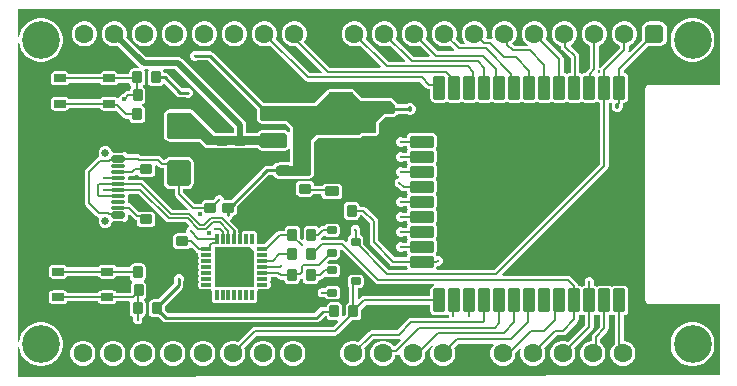
<source format=gtl>
G04*
G04 #@! TF.GenerationSoftware,Altium Limited,Altium Designer,25.4.2 (15)*
G04*
G04 Layer_Physical_Order=1*
G04 Layer_Color=255*
%FSTAX25Y25*%
%MOIN*%
G70*
G04*
G04 #@! TF.SameCoordinates,9F79833E-919C-48C8-8BE8-C58A611C57C3*
G04*
G04*
G04 #@! TF.FilePolarity,Positive*
G04*
G01*
G75*
G04:AMPARAMS|DCode=15|XSize=31.5mil|YSize=39.37mil|CornerRadius=3.94mil|HoleSize=0mil|Usage=FLASHONLY|Rotation=0.000|XOffset=0mil|YOffset=0mil|HoleType=Round|Shape=RoundedRectangle|*
%AMROUNDEDRECTD15*
21,1,0.03150,0.03150,0,0,0.0*
21,1,0.02362,0.03937,0,0,0.0*
1,1,0.00787,0.01181,-0.01575*
1,1,0.00787,-0.01181,-0.01575*
1,1,0.00787,-0.01181,0.01575*
1,1,0.00787,0.01181,0.01575*
%
%ADD15ROUNDEDRECTD15*%
G04:AMPARAMS|DCode=16|XSize=31.5mil|YSize=39.37mil|CornerRadius=3.94mil|HoleSize=0mil|Usage=FLASHONLY|Rotation=90.000|XOffset=0mil|YOffset=0mil|HoleType=Round|Shape=RoundedRectangle|*
%AMROUNDEDRECTD16*
21,1,0.03150,0.03150,0,0,90.0*
21,1,0.02362,0.03937,0,0,90.0*
1,1,0.00787,0.01575,0.01181*
1,1,0.00787,0.01575,-0.01181*
1,1,0.00787,-0.01575,-0.01181*
1,1,0.00787,-0.01575,0.01181*
%
%ADD16ROUNDEDRECTD16*%
G04:AMPARAMS|DCode=17|XSize=78.74mil|YSize=86.61mil|CornerRadius=9.84mil|HoleSize=0mil|Usage=FLASHONLY|Rotation=0.000|XOffset=0mil|YOffset=0mil|HoleType=Round|Shape=RoundedRectangle|*
%AMROUNDEDRECTD17*
21,1,0.07874,0.06693,0,0,0.0*
21,1,0.05906,0.08661,0,0,0.0*
1,1,0.01968,0.02953,-0.03347*
1,1,0.01968,-0.02953,-0.03347*
1,1,0.01968,-0.02953,0.03347*
1,1,0.01968,0.02953,0.03347*
%
%ADD17ROUNDEDRECTD17*%
G04:AMPARAMS|DCode=18|XSize=11.81mil|YSize=33.47mil|CornerRadius=1.48mil|HoleSize=0mil|Usage=FLASHONLY|Rotation=0.000|XOffset=0mil|YOffset=0mil|HoleType=Round|Shape=RoundedRectangle|*
%AMROUNDEDRECTD18*
21,1,0.01181,0.03051,0,0,0.0*
21,1,0.00886,0.03347,0,0,0.0*
1,1,0.00295,0.00443,-0.01526*
1,1,0.00295,-0.00443,-0.01526*
1,1,0.00295,-0.00443,0.01526*
1,1,0.00295,0.00443,0.01526*
%
%ADD18ROUNDEDRECTD18*%
G04:AMPARAMS|DCode=19|XSize=11.81mil|YSize=33.47mil|CornerRadius=1.48mil|HoleSize=0mil|Usage=FLASHONLY|Rotation=270.000|XOffset=0mil|YOffset=0mil|HoleType=Round|Shape=RoundedRectangle|*
%AMROUNDEDRECTD19*
21,1,0.01181,0.03051,0,0,270.0*
21,1,0.00886,0.03347,0,0,270.0*
1,1,0.00295,-0.01526,-0.00443*
1,1,0.00295,-0.01526,0.00443*
1,1,0.00295,0.01526,0.00443*
1,1,0.00295,0.01526,-0.00443*
%
%ADD19ROUNDEDRECTD19*%
G04:AMPARAMS|DCode=20|XSize=78.74mil|YSize=78.74mil|CornerRadius=9.84mil|HoleSize=0mil|Usage=FLASHONLY|Rotation=270.000|XOffset=0mil|YOffset=0mil|HoleType=Round|Shape=RoundedRectangle|*
%AMROUNDEDRECTD20*
21,1,0.07874,0.05906,0,0,270.0*
21,1,0.05906,0.07874,0,0,270.0*
1,1,0.01968,-0.02953,-0.02953*
1,1,0.01968,-0.02953,0.02953*
1,1,0.01968,0.02953,0.02953*
1,1,0.01968,0.02953,-0.02953*
%
%ADD20ROUNDEDRECTD20*%
G04:AMPARAMS|DCode=21|XSize=31.5mil|YSize=49.21mil|CornerRadius=3.94mil|HoleSize=0mil|Usage=FLASHONLY|Rotation=90.000|XOffset=0mil|YOffset=0mil|HoleType=Round|Shape=RoundedRectangle|*
%AMROUNDEDRECTD21*
21,1,0.03150,0.04134,0,0,90.0*
21,1,0.02362,0.04921,0,0,90.0*
1,1,0.00787,0.02067,0.01181*
1,1,0.00787,0.02067,-0.01181*
1,1,0.00787,-0.02067,-0.01181*
1,1,0.00787,-0.02067,0.01181*
%
%ADD21ROUNDEDRECTD21*%
G04:AMPARAMS|DCode=22|XSize=23.62mil|YSize=31.5mil|CornerRadius=2.95mil|HoleSize=0mil|Usage=FLASHONLY|Rotation=90.000|XOffset=0mil|YOffset=0mil|HoleType=Round|Shape=RoundedRectangle|*
%AMROUNDEDRECTD22*
21,1,0.02362,0.02559,0,0,90.0*
21,1,0.01772,0.03150,0,0,90.0*
1,1,0.00591,0.01280,0.00886*
1,1,0.00591,0.01280,-0.00886*
1,1,0.00591,-0.01280,-0.00886*
1,1,0.00591,-0.01280,0.00886*
%
%ADD22ROUNDEDRECTD22*%
G04:AMPARAMS|DCode=23|XSize=141.73mil|YSize=86.61mil|CornerRadius=10.83mil|HoleSize=0mil|Usage=FLASHONLY|Rotation=90.000|XOffset=0mil|YOffset=0mil|HoleType=Round|Shape=RoundedRectangle|*
%AMROUNDEDRECTD23*
21,1,0.14173,0.06496,0,0,90.0*
21,1,0.12008,0.08661,0,0,90.0*
1,1,0.02165,0.03248,0.06004*
1,1,0.02165,0.03248,-0.06004*
1,1,0.02165,-0.03248,-0.06004*
1,1,0.02165,-0.03248,0.06004*
%
%ADD23ROUNDEDRECTD23*%
G04:AMPARAMS|DCode=24|XSize=47.24mil|YSize=86.61mil|CornerRadius=5.91mil|HoleSize=0mil|Usage=FLASHONLY|Rotation=90.000|XOffset=0mil|YOffset=0mil|HoleType=Round|Shape=RoundedRectangle|*
%AMROUNDEDRECTD24*
21,1,0.04724,0.07480,0,0,90.0*
21,1,0.03543,0.08661,0,0,90.0*
1,1,0.01181,0.03740,0.01772*
1,1,0.01181,0.03740,-0.01772*
1,1,0.01181,-0.03740,-0.01772*
1,1,0.01181,-0.03740,0.01772*
%
%ADD24ROUNDEDRECTD24*%
%ADD25R,0.14567X0.14567*%
G04:AMPARAMS|DCode=26|XSize=78.74mil|YSize=39.37mil|CornerRadius=4.92mil|HoleSize=0mil|Usage=FLASHONLY|Rotation=270.000|XOffset=0mil|YOffset=0mil|HoleType=Round|Shape=RoundedRectangle|*
%AMROUNDEDRECTD26*
21,1,0.07874,0.02953,0,0,270.0*
21,1,0.06890,0.03937,0,0,270.0*
1,1,0.00984,-0.01476,-0.03445*
1,1,0.00984,-0.01476,0.03445*
1,1,0.00984,0.01476,0.03445*
1,1,0.00984,0.01476,-0.03445*
%
%ADD26ROUNDEDRECTD26*%
%ADD27R,0.03937X0.07874*%
G04:AMPARAMS|DCode=28|XSize=39.37mil|YSize=78.74mil|CornerRadius=4.92mil|HoleSize=0mil|Usage=FLASHONLY|Rotation=270.000|XOffset=0mil|YOffset=0mil|HoleType=Round|Shape=RoundedRectangle|*
%AMROUNDEDRECTD28*
21,1,0.03937,0.06890,0,0,270.0*
21,1,0.02953,0.07874,0,0,270.0*
1,1,0.00984,-0.03445,-0.01476*
1,1,0.00984,-0.03445,0.01476*
1,1,0.00984,0.03445,0.01476*
1,1,0.00984,0.03445,-0.01476*
%
%ADD28ROUNDEDRECTD28*%
G04:AMPARAMS|DCode=29|XSize=23.62mil|YSize=47.24mil|CornerRadius=5.91mil|HoleSize=0mil|Usage=FLASHONLY|Rotation=270.000|XOffset=0mil|YOffset=0mil|HoleType=Round|Shape=RoundedRectangle|*
%AMROUNDEDRECTD29*
21,1,0.02362,0.03543,0,0,270.0*
21,1,0.01181,0.04724,0,0,270.0*
1,1,0.01181,-0.01772,-0.00591*
1,1,0.01181,-0.01772,0.00591*
1,1,0.01181,0.01772,0.00591*
1,1,0.01181,0.01772,-0.00591*
%
%ADD29ROUNDEDRECTD29*%
G04:AMPARAMS|DCode=30|XSize=11.81mil|YSize=47.24mil|CornerRadius=2.95mil|HoleSize=0mil|Usage=FLASHONLY|Rotation=270.000|XOffset=0mil|YOffset=0mil|HoleType=Round|Shape=RoundedRectangle|*
%AMROUNDEDRECTD30*
21,1,0.01181,0.04134,0,0,270.0*
21,1,0.00591,0.04724,0,0,270.0*
1,1,0.00591,-0.02067,-0.00295*
1,1,0.00591,-0.02067,0.00295*
1,1,0.00591,0.02067,0.00295*
1,1,0.00591,0.02067,-0.00295*
%
%ADD30ROUNDEDRECTD30*%
G04:AMPARAMS|DCode=31|XSize=41.34mil|YSize=25.59mil|CornerRadius=3.2mil|HoleSize=0mil|Usage=FLASHONLY|Rotation=0.000|XOffset=0mil|YOffset=0mil|HoleType=Round|Shape=RoundedRectangle|*
%AMROUNDEDRECTD31*
21,1,0.04134,0.01919,0,0,0.0*
21,1,0.03494,0.02559,0,0,0.0*
1,1,0.00640,0.01747,-0.00960*
1,1,0.00640,-0.01747,-0.00960*
1,1,0.00640,-0.01747,0.00960*
1,1,0.00640,0.01747,0.00960*
%
%ADD31ROUNDEDRECTD31*%
%ADD53C,0.00800*%
%ADD54C,0.00500*%
%ADD55C,0.01000*%
%ADD56C,0.02100*%
%ADD57C,0.06299*%
G04:AMPARAMS|DCode=58|XSize=62.99mil|YSize=62.99mil|CornerRadius=15.75mil|HoleSize=0mil|Usage=FLASHONLY|Rotation=180.000|XOffset=0mil|YOffset=0mil|HoleType=Round|Shape=RoundedRectangle|*
%AMROUNDEDRECTD58*
21,1,0.06299,0.03150,0,0,180.0*
21,1,0.03150,0.06299,0,0,180.0*
1,1,0.03150,-0.01575,0.01575*
1,1,0.03150,0.01575,0.01575*
1,1,0.03150,0.01575,-0.01575*
1,1,0.03150,-0.01575,-0.01575*
%
%ADD58ROUNDEDRECTD58*%
%ADD59O,0.07087X0.03937*%
%ADD60O,0.08268X0.03937*%
%ADD61C,0.02559*%
%ADD62C,0.01200*%
%ADD63C,0.01500*%
%ADD64C,0.12598*%
%ADD65C,0.01800*%
G36*
X000908Y-0014953D02*
X-00147D01*
X-001509Y-0015031D01*
X-0015421Y-0015251D01*
X-0015642Y-0015582D01*
X-001572Y-0015972D01*
Y-0086839D01*
X-0015642Y-0087229D01*
X-0015421Y-0087559D01*
X-001509Y-0087781D01*
X-00147Y-0087858D01*
X000908D01*
Y-0111807D01*
X-0224626Y-0112289D01*
X-022498Y-0111936D01*
Y-010227D01*
X-022448Y-0102221D01*
X-0224219Y-0103529D01*
X-0223669Y-0104858D01*
X-022287Y-0106053D01*
X-0221854Y-010707D01*
X-0220658Y-0107869D01*
X-021933Y-0108419D01*
X-021792Y-0108699D01*
X-0216482D01*
X-0215072Y-0108419D01*
X-0213743Y-0107869D01*
X-0212548Y-010707D01*
X-0211531Y-0106053D01*
X-0210732Y-0104858D01*
X-0210182Y-0103529D01*
X-0209902Y-0102119D01*
Y-0100681D01*
X-0210182Y-0099271D01*
X-0210732Y-0097943D01*
X-0211531Y-0096747D01*
X-0212548Y-009573D01*
X-0213743Y-0094932D01*
X-0215072Y-0094381D01*
X-0216482Y-0094101D01*
X-021792D01*
X-021933Y-0094381D01*
X-0220658Y-0094932D01*
X-0221854Y-009573D01*
X-022287Y-0096747D01*
X-0223669Y-0097943D01*
X-0224219Y-0099271D01*
X-022448Y-0100579D01*
X-022498Y-010053D01*
Y-0000866D01*
X-022448Y-0000817D01*
X-0224219Y-0002129D01*
X-0223669Y-0003458D01*
X-022287Y-0004653D01*
X-0221853Y-000567D01*
X-0220657Y-0006469D01*
X-0219329Y-0007019D01*
X-0217919Y-0007299D01*
X-0216481D01*
X-0215071Y-0007019D01*
X-0213742Y-0006469D01*
X-0212547Y-000567D01*
X-021153Y-0004653D01*
X-0210732Y-0003458D01*
X-0210181Y-0002129D01*
X-0209901Y-0000719D01*
Y0000719D01*
X-0210181Y0002129D01*
X-0210732Y0003458D01*
X-021153Y0004653D01*
X-0212547Y000567D01*
X-0213742Y0006469D01*
X-0215071Y0007019D01*
X-0216481Y0007299D01*
X-0217919D01*
X-0219329Y0007019D01*
X-0220657Y0006469D01*
X-0221853Y000567D01*
X-022287Y0004653D01*
X-0223669Y0003458D01*
X-0224219Y0002129D01*
X-022448Y0000817D01*
X-022498Y0000866D01*
Y001028D01*
X000908D01*
Y-0014953D01*
D02*
G37*
%LPC*%
G36*
X-0152154Y000615D02*
X-0153246D01*
X-0154302Y0005867D01*
X-0155248Y000532D01*
X-015602Y0004548D01*
X-0156567Y0003602D01*
X-015685Y0002546D01*
Y0001454D01*
X-0156567Y0000398D01*
X-015602Y-0000548D01*
X-0155248Y-0001321D01*
X-0154302Y-0001867D01*
X-0153246Y-000215D01*
X-0152154D01*
X-0151098Y-0001867D01*
X-0150152Y-0001321D01*
X-014938Y-0000548D01*
X-0148833Y0000398D01*
X-014855Y0001454D01*
Y0002546D01*
X-0148833Y0003602D01*
X-014938Y0004548D01*
X-0150152Y000532D01*
X-0151098Y0005867D01*
X-0152154Y000615D01*
D02*
G37*
G36*
X-0162154D02*
X-0163246D01*
X-0164302Y0005867D01*
X-0165248Y000532D01*
X-0166021Y0004548D01*
X-0166567Y0003602D01*
X-016685Y0002546D01*
Y0001454D01*
X-0166567Y0000398D01*
X-0166021Y-0000548D01*
X-0165248Y-0001321D01*
X-0164302Y-0001867D01*
X-0163246Y-000215D01*
X-0162154D01*
X-0161098Y-0001867D01*
X-0160152Y-0001321D01*
X-0159379Y-0000548D01*
X-0158833Y0000398D01*
X-015855Y0001454D01*
Y0002546D01*
X-0158833Y0003602D01*
X-0159379Y0004548D01*
X-0160152Y000532D01*
X-0161098Y0005867D01*
X-0162154Y000615D01*
D02*
G37*
G36*
X-0172154D02*
X-0173246D01*
X-0174302Y0005867D01*
X-0175248Y000532D01*
X-0176021Y0004548D01*
X-0176567Y0003602D01*
X-017685Y0002546D01*
Y0001454D01*
X-0176567Y0000398D01*
X-0176021Y-0000548D01*
X-0175248Y-0001321D01*
X-0174302Y-0001867D01*
X-0173246Y-000215D01*
X-0172154D01*
X-0171098Y-0001867D01*
X-0170152Y-0001321D01*
X-0169379Y-0000548D01*
X-0168833Y0000398D01*
X-016855Y0001454D01*
Y0002546D01*
X-0168833Y0003602D01*
X-0169379Y0004548D01*
X-0170152Y000532D01*
X-0171098Y0005867D01*
X-0172154Y000615D01*
D02*
G37*
G36*
X-0182154D02*
X-0183246D01*
X-0184302Y0005867D01*
X-0185248Y000532D01*
X-0186021Y0004548D01*
X-0186567Y0003602D01*
X-018685Y0002546D01*
Y0001454D01*
X-0186567Y0000398D01*
X-0186021Y-0000548D01*
X-0185248Y-0001321D01*
X-0184302Y-0001867D01*
X-0183246Y-000215D01*
X-0182154D01*
X-0181098Y-0001867D01*
X-0180152Y-0001321D01*
X-0179379Y-0000548D01*
X-0178833Y0000398D01*
X-017855Y0001454D01*
Y0002546D01*
X-0178833Y0003602D01*
X-0179379Y0004548D01*
X-0180152Y000532D01*
X-0181098Y0005867D01*
X-0182154Y000615D01*
D02*
G37*
G36*
X-0202154D02*
X-0203246D01*
X-0204302Y0005867D01*
X-0205248Y000532D01*
X-020602Y0004548D01*
X-0206567Y0003602D01*
X-020685Y0002546D01*
Y0001454D01*
X-0206567Y0000398D01*
X-020602Y-0000548D01*
X-0205248Y-0001321D01*
X-0204302Y-0001867D01*
X-0203246Y-000215D01*
X-0202154D01*
X-0201098Y-0001867D01*
X-0200152Y-0001321D01*
X-019938Y-0000548D01*
X-0198833Y0000398D01*
X-019855Y0001454D01*
Y0002546D01*
X-0198833Y0003602D01*
X-019938Y0004548D01*
X-0200152Y000532D01*
X-0201098Y0005867D01*
X-0202154Y000615D01*
D02*
G37*
G36*
X-0011125Y0006172D02*
X-0014275D01*
X-0014947Y0006083D01*
X-0015573Y0005824D01*
X-0016111Y0005411D01*
X-0016524Y0004873D01*
X-0016783Y0004247D01*
X-0016872Y0003575D01*
Y0000425D01*
X-0016804Y-0000086D01*
X-0020946Y-0004228D01*
X-0020955Y-0004224D01*
X-0021359Y-0003933D01*
X-0021273Y-00035D01*
Y-0001914D01*
X-0021098Y-0001867D01*
X-0020152Y-0001321D01*
X-0019379Y-0000548D01*
X-0018833Y0000398D01*
X-001855Y0001454D01*
Y0002546D01*
X-0018833Y0003602D01*
X-0019379Y0004548D01*
X-0020152Y000532D01*
X-0021098Y0005867D01*
X-0022154Y000615D01*
X-0023246D01*
X-0024302Y0005867D01*
X-0025248Y000532D01*
X-0026021Y0004548D01*
X-0026567Y0003602D01*
X-002685Y0002546D01*
Y0001454D01*
X-0026567Y0000398D01*
X-0026021Y-0000548D01*
X-0025248Y-0001321D01*
X-0024302Y-0001867D01*
X-0024127Y-0001914D01*
Y-0002909D01*
X-0030394Y-0009176D01*
X-0030704Y-0009639D01*
X-0030812Y-0010185D01*
X-0030812Y-0010185D01*
Y-0011006D01*
X-0030861D01*
X-0031269Y-0011087D01*
X-0031586Y-0010661D01*
X-0031381Y-0010355D01*
X-0031273Y-0009809D01*
Y-0001914D01*
X-0031098Y-0001867D01*
X-0030152Y-0001321D01*
X-0029379Y-0000548D01*
X-0028833Y0000398D01*
X-002855Y0001454D01*
Y0002546D01*
X-0028833Y0003602D01*
X-0029379Y0004548D01*
X-0030152Y000532D01*
X-0031098Y0005867D01*
X-0032154Y000615D01*
X-0033246D01*
X-0034302Y0005867D01*
X-0035248Y000532D01*
X-003602Y0004548D01*
X-0036567Y0003602D01*
X-003685Y0002546D01*
Y0001454D01*
X-0036567Y0000398D01*
X-003602Y-0000548D01*
X-0035248Y-0001321D01*
X-0034302Y-0001867D01*
X-0034127Y-0001914D01*
Y-0009218D01*
X-0035204Y-0010295D01*
X-0035514Y-0010758D01*
X-0035563Y-0011006D01*
X-0035861D01*
X-0036444Y-0011122D01*
X-0036885Y-0011417D01*
X-0037326Y-0011122D01*
X-0037773Y-0011033D01*
Y-00055D01*
X-0037881Y-0004954D01*
X-0038191Y-0004491D01*
X-0038191Y-0004491D01*
X-0040628Y-0002053D01*
X-0040563Y-0001558D01*
X-0040152Y-0001321D01*
X-003938Y-0000548D01*
X-0038833Y0000398D01*
X-003855Y0001454D01*
Y0002546D01*
X-0038833Y0003602D01*
X-003938Y0004548D01*
X-0040152Y000532D01*
X-0041098Y0005867D01*
X-0042154Y000615D01*
X-0043246D01*
X-0044302Y0005867D01*
X-0045248Y000532D01*
X-004602Y0004548D01*
X-0046567Y0003602D01*
X-004685Y0002546D01*
Y0001454D01*
X-0046567Y0000398D01*
X-004602Y-0000548D01*
X-0045248Y-0001321D01*
X-0044302Y-0001867D01*
X-0043778Y-0002007D01*
Y-000235D01*
X-0043778Y-000235D01*
X-0043669Y-0002896D01*
X-004336Y-0003359D01*
X-0040627Y-0006091D01*
Y-0011006D01*
X-0040861D01*
X-0041444Y-0011122D01*
X-0041885Y-0011417D01*
X-0042327Y-0011122D01*
X-0042909Y-0011006D01*
X-0042958D01*
Y-0006315D01*
X-0042958Y-0006315D01*
X-0043066Y-0005769D01*
X-0043376Y-0005306D01*
X-0043376Y-0005306D01*
X-0048923Y0000242D01*
X-0048833Y0000398D01*
X-004855Y0001454D01*
Y0002546D01*
X-0048833Y0003602D01*
X-004938Y0004548D01*
X-0050152Y000532D01*
X-0051098Y0005867D01*
X-0052154Y000615D01*
X-0053246D01*
X-0054302Y0005867D01*
X-0055248Y000532D01*
X-005602Y0004548D01*
X-0056567Y0003602D01*
X-005685Y0002546D01*
Y0001454D01*
X-0056567Y0000398D01*
X-005602Y-0000548D01*
X-0055248Y-0001321D01*
X-0054811Y-0001573D01*
X-0054945Y-0002073D01*
X-0059109D01*
X-0060006Y-0001175D01*
X-005938Y-0000548D01*
X-0058833Y0000398D01*
X-005855Y0001454D01*
Y0002546D01*
X-0058833Y0003602D01*
X-005938Y0004548D01*
X-0060152Y000532D01*
X-0061098Y0005867D01*
X-0062154Y000615D01*
X-0063246D01*
X-0064302Y0005867D01*
X-0065248Y000532D01*
X-0066021Y0004548D01*
X-0066567Y0003602D01*
X-006685Y0002546D01*
Y0001454D01*
X-0066619Y0000593D01*
X-0067053Y0000282D01*
X-0067108Y0000319D01*
X-0067654Y0000427D01*
X-0067655Y0000427D01*
X-0068415D01*
X-0068719Y0000824D01*
X-006855Y0001454D01*
Y0002546D01*
X-0068833Y0003602D01*
X-006938Y0004548D01*
X-0070152Y000532D01*
X-0071098Y0005867D01*
X-0072154Y000615D01*
X-0073246D01*
X-0074302Y0005867D01*
X-0075248Y000532D01*
X-007602Y0004548D01*
X-0076567Y0003602D01*
X-007685Y0002546D01*
Y0001454D01*
X-0076567Y0000398D01*
X-007602Y-0000548D01*
X-0075696Y-0000873D01*
X-0075903Y-0001373D01*
X-0077309D01*
X-0078923Y0000242D01*
X-0078833Y0000398D01*
X-007855Y0001454D01*
Y0002546D01*
X-0078833Y0003602D01*
X-0079379Y0004548D01*
X-0080152Y000532D01*
X-0081098Y0005867D01*
X-0082154Y000615D01*
X-0083246D01*
X-0084302Y0005867D01*
X-0085248Y000532D01*
X-008602Y0004548D01*
X-0086567Y0003602D01*
X-008685Y0002546D01*
Y0001454D01*
X-0086567Y0000398D01*
X-008602Y-0000548D01*
X-0085248Y-0001321D01*
X-0084302Y-0001867D01*
X-0083246Y-000215D01*
X-0082154D01*
X-0081098Y-0001867D01*
X-0080942Y-0001777D01*
X-0079373Y-0003346D01*
X-0079564Y-0003808D01*
X-0084873D01*
X-0088923Y0000242D01*
X-0088833Y0000398D01*
X-008855Y0001454D01*
Y0002546D01*
X-0088833Y0003602D01*
X-008938Y0004548D01*
X-0090152Y000532D01*
X-0091098Y0005867D01*
X-0092154Y000615D01*
X-0093246D01*
X-0094302Y0005867D01*
X-0095248Y000532D01*
X-0096021Y0004548D01*
X-0096567Y0003602D01*
X-009685Y0002546D01*
Y0001454D01*
X-0096567Y0000398D01*
X-0096021Y-0000548D01*
X-0095248Y-0001321D01*
X-0094302Y-0001867D01*
X-0093246Y-000215D01*
X-0092154D01*
X-0091098Y-0001867D01*
X-0090942Y-0001777D01*
X-0087573Y-0005146D01*
X-0087764Y-0005608D01*
X-0093073D01*
X-0098923Y0000242D01*
X-0098833Y0000398D01*
X-009855Y0001454D01*
Y0002546D01*
X-0098833Y0003602D01*
X-0099379Y0004548D01*
X-0100152Y000532D01*
X-0101098Y0005867D01*
X-0102154Y000615D01*
X-0103246D01*
X-0104302Y0005867D01*
X-0105248Y000532D01*
X-010602Y0004548D01*
X-0106567Y0003602D01*
X-010685Y0002546D01*
Y0001454D01*
X-0106567Y0000398D01*
X-010602Y-0000548D01*
X-0105248Y-0001321D01*
X-0104302Y-0001867D01*
X-0103246Y-000215D01*
X-0102154D01*
X-0101098Y-0001867D01*
X-0100942Y-0001777D01*
X-0095773Y-0006946D01*
X-0095964Y-0007408D01*
X-0101273D01*
X-0108923Y0000242D01*
X-0108833Y0000398D01*
X-010855Y0001454D01*
Y0002546D01*
X-0108833Y0003602D01*
X-0109379Y0004548D01*
X-0110152Y000532D01*
X-0111098Y0005867D01*
X-0112154Y000615D01*
X-0113246D01*
X-0114302Y0005867D01*
X-0115248Y000532D01*
X-0116021Y0004548D01*
X-0116567Y0003602D01*
X-011685Y0002546D01*
Y0001454D01*
X-0116567Y0000398D01*
X-0116021Y-0000548D01*
X-0115248Y-0001321D01*
X-0114302Y-0001867D01*
X-0113246Y-000215D01*
X-0112154D01*
X-0111098Y-0001867D01*
X-0110942Y-0001777D01*
X-0103973Y-0008746D01*
X-0104164Y-0009208D01*
X-0120973D01*
X-0129506Y-0000675D01*
X-0129379Y-0000548D01*
X-0128833Y0000398D01*
X-012855Y0001454D01*
Y0002546D01*
X-0128833Y0003602D01*
X-0129379Y0004548D01*
X-0130152Y000532D01*
X-0131098Y0005867D01*
X-0132154Y000615D01*
X-0133246D01*
X-0134302Y0005867D01*
X-0135248Y000532D01*
X-0136021Y0004548D01*
X-0136567Y0003602D01*
X-013685Y0002546D01*
Y0001454D01*
X-0136567Y0000398D01*
X-0136021Y-0000548D01*
X-0135248Y-0001321D01*
X-0134302Y-0001867D01*
X-0133246Y-000215D01*
X-0132154D01*
X-0132087Y-0002132D01*
X-0123608Y-0010611D01*
X-0123799Y-0011073D01*
X-0127609D01*
X-0138923Y0000242D01*
X-0138833Y0000398D01*
X-013855Y0001454D01*
Y0002546D01*
X-0138833Y0003602D01*
X-013938Y0004548D01*
X-0140152Y000532D01*
X-0141098Y0005867D01*
X-0142154Y000615D01*
X-0143246D01*
X-0144302Y0005867D01*
X-0145248Y000532D01*
X-014602Y0004548D01*
X-0146567Y0003602D01*
X-014685Y0002546D01*
Y0001454D01*
X-0146567Y0000398D01*
X-014602Y-0000548D01*
X-0145248Y-0001321D01*
X-0144302Y-0001867D01*
X-0143246Y-000215D01*
X-0142154D01*
X-0141098Y-0001867D01*
X-0140942Y-0001777D01*
X-0129209Y-0013509D01*
X-0129209Y-0013509D01*
X-0128746Y-0013819D01*
X-01282Y-0013927D01*
X-01282Y-0013927D01*
X-0090791D01*
X-0088709Y-0016009D01*
X-0088709Y-0016009D01*
X-0088246Y-0016319D01*
X-00877Y-0016427D01*
X-0087383D01*
Y-0019417D01*
X-0087267Y-0019999D01*
X-0086937Y-0020493D01*
X-0086444Y-0020823D01*
X-0085861Y-0020939D01*
X-0082909D01*
X-0082327Y-0020823D01*
X-0081885Y-0020528D01*
X-0081444Y-0020823D01*
X-0080861Y-0020939D01*
X-0077909D01*
X-0077327Y-0020823D01*
X-0076885Y-0020528D01*
X-0076444Y-0020823D01*
X-0075861Y-0020939D01*
X-0072909D01*
X-0072326Y-0020823D01*
X-0071885Y-0020528D01*
X-0071444Y-0020823D01*
X-0070861Y-0020939D01*
X-0067909D01*
X-0067326Y-0020823D01*
X-0066885Y-0020528D01*
X-0066444Y-0020823D01*
X-0065861Y-0020939D01*
X-0062909D01*
X-0062327Y-0020823D01*
X-0061885Y-0020528D01*
X-0061444Y-0020823D01*
X-0060861Y-0020939D01*
X-0057909D01*
X-0057327Y-0020823D01*
X-0056885Y-0020528D01*
X-0056444Y-0020823D01*
X-0055861Y-0020939D01*
X-0052909D01*
X-0052327Y-0020823D01*
X-0051885Y-0020528D01*
X-0051444Y-0020823D01*
X-0050861Y-0020939D01*
X-0047909D01*
X-0047326Y-0020823D01*
X-0046885Y-0020528D01*
X-0046444Y-0020823D01*
X-0045861Y-0020939D01*
X-0042909D01*
X-0042327Y-0020823D01*
X-0041885Y-0020528D01*
X-0041444Y-0020823D01*
X-0040861Y-0020939D01*
X-0037909D01*
X-0037326Y-0020823D01*
X-0036885Y-0020528D01*
X-0036444Y-0020823D01*
X-0035861Y-0020939D01*
X-0032909D01*
X-0032326Y-0020823D01*
X-0031885Y-0020528D01*
X-0031444Y-0020823D01*
X-0030861Y-0020939D01*
X-0030812D01*
Y-0041394D01*
X-0065991Y-0076573D01*
X-0085167D01*
X-0085434Y-0076073D01*
X-0085361Y-0075964D01*
X-0085251Y-007541D01*
X-0084794Y-0075319D01*
X-0084615Y-0075199D01*
X-0084513D01*
X-0083925Y-0074956D01*
X-0083475Y-0074506D01*
X-0083231Y-0073917D01*
Y-0073281D01*
X-0083475Y-0072693D01*
X-0083925Y-0072243D01*
X-0084513Y-0071999D01*
X-0085149D01*
X-0085353Y-007189D01*
X-0085361Y-0071847D01*
X-0085656Y-0071406D01*
X-0085361Y-0070964D01*
X-0085246Y-0070382D01*
Y-0067429D01*
X-0085361Y-0066847D01*
X-0085656Y-0066405D01*
X-0085361Y-0065964D01*
X-0085246Y-0065382D01*
Y-0062429D01*
X-0085361Y-0061847D01*
X-0085656Y-0061405D01*
X-0085361Y-0060964D01*
X-0085246Y-0060382D01*
Y-0057429D01*
X-0085361Y-0056847D01*
X-0085656Y-0056406D01*
X-0085361Y-0055964D01*
X-0085246Y-0055382D01*
Y-0052429D01*
X-0085361Y-0051847D01*
X-0085656Y-0051406D01*
X-0085361Y-0050964D01*
X-0085246Y-0050382D01*
Y-0047429D01*
X-0085361Y-0046847D01*
X-0085656Y-0046406D01*
X-0085361Y-0045964D01*
X-0085246Y-0045382D01*
Y-0042429D01*
X-0085361Y-0041847D01*
X-0085656Y-0041405D01*
X-0085361Y-0040964D01*
X-0085246Y-0040382D01*
Y-0037429D01*
X-0085361Y-0036847D01*
X-0085656Y-0036406D01*
X-0085361Y-0035964D01*
X-0085246Y-0035382D01*
Y-0032429D01*
X-0085361Y-0031847D01*
X-0085691Y-0031353D01*
X-0086185Y-0031024D01*
X-0086767Y-0030908D01*
X-0093657D01*
X-0094239Y-0031024D01*
X-0094732Y-0031353D01*
X-0095062Y-0031847D01*
X-0095178Y-0032429D01*
Y-0032573D01*
X-0096465D01*
X-0096882Y-00324D01*
X-0097518D01*
X-0098106Y-0032644D01*
X-0098556Y-0033094D01*
X-00988Y-0033682D01*
Y-0034318D01*
X-0098556Y-0034906D01*
X-0098106Y-0035356D01*
X-0097518Y-00356D01*
X-0096882D01*
X-0096465Y-0035427D01*
X-0095169D01*
X-0095062Y-0035964D01*
X-0094767Y-0036406D01*
X-0095062Y-0036847D01*
X-0095178Y-0037429D01*
Y-0037573D01*
X-0096465D01*
X-0096882Y-00374D01*
X-0097518D01*
X-0098106Y-0037644D01*
X-0098556Y-0038094D01*
X-00988Y-0038682D01*
Y-0039318D01*
X-0098556Y-0039906D01*
X-0098106Y-0040356D01*
X-0097518Y-00406D01*
X-0096882D01*
X-0096465Y-0040427D01*
X-0095169D01*
X-0095062Y-0040964D01*
X-0094767Y-0041405D01*
X-0095062Y-0041847D01*
X-0095178Y-0042429D01*
Y-0042573D01*
X-0096465D01*
X-0096882Y-00424D01*
X-0097518D01*
X-0098106Y-0042644D01*
X-0098556Y-0043094D01*
X-00988Y-0043682D01*
Y-0044318D01*
X-0098556Y-0044906D01*
X-0098106Y-0045356D01*
X-009776Y-00455D01*
X-0097859Y-0046D01*
X-0098018D01*
X-0098606Y-0046244D01*
X-0099056Y-0046694D01*
X-00993Y-0047282D01*
Y-0047918D01*
X-0099056Y-0048506D01*
X-0098606Y-0048956D01*
X-009819Y-0049129D01*
X-0097309Y-0050009D01*
X-0097309Y-0050009D01*
X-0096846Y-0050319D01*
X-00963Y-0050427D01*
X-00963Y-0050427D01*
X-0095169D01*
X-0095062Y-0050964D01*
X-0094767Y-0051406D01*
X-0095062Y-0051847D01*
X-0095178Y-0052429D01*
Y-0052573D01*
X-0096465D01*
X-0096882Y-00524D01*
X-0097518D01*
X-0098106Y-0052644D01*
X-0098556Y-0053094D01*
X-00988Y-0053682D01*
Y-0054318D01*
X-0098556Y-0054906D01*
X-0098106Y-0055356D01*
X-0097518Y-00556D01*
X-0096882D01*
X-0096465Y-0055427D01*
X-0095169D01*
X-0095062Y-0055964D01*
X-0094767Y-0056406D01*
X-0095062Y-0056847D01*
X-0095178Y-0057429D01*
Y-0057573D01*
X-0096465D01*
X-0096882Y-00574D01*
X-0097518D01*
X-0098106Y-0057644D01*
X-0098556Y-0058094D01*
X-00988Y-0058682D01*
Y-0059318D01*
X-0098556Y-0059906D01*
X-0098106Y-0060356D01*
X-0097518Y-00606D01*
X-0096882D01*
X-0096465Y-0060427D01*
X-0095169D01*
X-0095062Y-0060964D01*
X-0094767Y-0061405D01*
X-0095062Y-0061847D01*
X-0095178Y-0062429D01*
Y-0062573D01*
X-0096465D01*
X-0096882Y-00624D01*
X-0097518D01*
X-0098106Y-0062644D01*
X-0098556Y-0063094D01*
X-00988Y-0063682D01*
Y-0064318D01*
X-0098556Y-0064906D01*
X-0098106Y-0065356D01*
X-0097518Y-00656D01*
X-0096882D01*
X-0096465Y-0065427D01*
X-0095169D01*
X-0095062Y-0065964D01*
X-0094767Y-0066405D01*
X-0095062Y-0066847D01*
X-0095178Y-0067429D01*
Y-0067573D01*
X-0096465D01*
X-0096882Y-00674D01*
X-0097518D01*
X-0098106Y-0067644D01*
X-0098556Y-0068094D01*
X-00988Y-0068682D01*
Y-0069318D01*
X-0098556Y-0069906D01*
X-0098106Y-0070356D01*
X-0097518Y-00706D01*
X-0096882D01*
X-0096465Y-0070427D01*
X-0095169D01*
X-0095062Y-0070964D01*
X-0094767Y-0071406D01*
X-0095062Y-0071847D01*
X-0095178Y-0072429D01*
Y-0072478D01*
X-0099203D01*
X-0104773Y-0066909D01*
Y-00605D01*
X-0104773Y-00605D01*
X-0104881Y-0059954D01*
X-0105191Y-0059491D01*
X-0105191Y-0059491D01*
X-0108691Y-0055991D01*
X-0109154Y-0055681D01*
X-01097Y-0055573D01*
X-01097Y-0055573D01*
X-0110948D01*
Y-0055425D01*
X-0111056Y-0054881D01*
X-0111364Y-005442D01*
X-0111826Y-0054112D01*
X-0112369Y-0054004D01*
X-0114732D01*
X-0115275Y-0054112D01*
X-0115736Y-005442D01*
X-0116044Y-0054881D01*
X-0116153Y-0055425D01*
Y-0058575D01*
X-0116044Y-0059119D01*
X-0115736Y-005958D01*
X-0115275Y-0059888D01*
X-0114732Y-0059996D01*
X-0112369D01*
X-0111826Y-0059888D01*
X-0111364Y-005958D01*
X-0111056Y-0059119D01*
X-0110948Y-0058575D01*
Y-0058427D01*
X-0110291D01*
X-0107627Y-0061091D01*
Y-00675D01*
X-0107627Y-00675D01*
X-0107519Y-0068046D01*
X-0107209Y-0068509D01*
X-0100804Y-0074915D01*
X-0100804Y-0074915D01*
X-0100341Y-0075224D01*
X-0099795Y-0075333D01*
X-0099794Y-0075333D01*
X-0095178D01*
Y-0075382D01*
X-0095062Y-0075964D01*
X-009499Y-0076073D01*
X-0095257Y-0076573D01*
X-0101109D01*
X-0109726Y-0067955D01*
Y-0066374D01*
X-0109826Y-0065869D01*
X-0110113Y-006544D01*
X-0110541Y-0065154D01*
X-0110899Y-0065083D01*
Y-0063756D01*
X-01108Y-0063518D01*
Y-0062882D01*
X-0111044Y-0062294D01*
X-0111494Y-0061844D01*
X-0112082Y-00616D01*
X-0112718D01*
X-0113306Y-0061844D01*
X-0113756Y-0062294D01*
X-0114Y-0062882D01*
Y-0063518D01*
X-0113756Y-0064106D01*
X-0113753Y-0064109D01*
Y-0065083D01*
X-0114111Y-0065154D01*
X-0114539Y-006544D01*
X-0114826Y-0065869D01*
X-0114926Y-0066374D01*
Y-0067102D01*
X-0115388Y-0067293D01*
X-0115691Y-0066991D01*
X-0116154Y-0066681D01*
X-01167Y-0066573D01*
X-01167Y-0066573D01*
X-012355D01*
X-012355Y-0066573D01*
X-0123669Y-0066596D01*
X-0123864Y-0066125D01*
X-0123691Y-0066009D01*
X-0122935Y-0065254D01*
X-0122438Y-0065303D01*
X-0122413Y-0065339D01*
X-0121985Y-0065626D01*
X-0121479Y-0065726D01*
X-0118921D01*
X-0118415Y-0065626D01*
X-0117987Y-0065339D01*
X-01177Y-0064911D01*
X-01176Y-0064406D01*
Y-0062634D01*
X-01177Y-0062129D01*
X-0117987Y-00617D01*
X-0118415Y-0061414D01*
X-0118921Y-0061313D01*
X-0121479D01*
X-0121985Y-0061414D01*
X-0122413Y-00617D01*
X-0122662Y-0062073D01*
X-01232D01*
X-01232Y-0062073D01*
X-0123746Y-0062181D01*
X-0124209Y-0062491D01*
X-0124295Y-0062577D01*
X-0124793Y-0062528D01*
X-0124864Y-006242D01*
X-0125326Y-0062112D01*
X-0125869Y-0062004D01*
X-0128232D01*
X-0128775Y-0062112D01*
X-0129236Y-006242D01*
X-0129544Y-0062881D01*
X-0129653Y-0063425D01*
Y-0066365D01*
X-0130152Y-0066572D01*
X-0130747Y-0065977D01*
Y-0063425D01*
X-0130856Y-0062881D01*
X-0131164Y-006242D01*
X-0131625Y-0062112D01*
X-0132168Y-0062004D01*
X-0134531D01*
X-0135074Y-0062112D01*
X-0135536Y-006242D01*
X-0135844Y-0062881D01*
X-0135952Y-0063425D01*
Y-0063573D01*
X-0137523D01*
X-0137523Y-0063573D01*
X-0138069Y-0063681D01*
X-0138532Y-0063991D01*
X-0138532Y-0063991D01*
X-0142673Y-0068131D01*
X-0144733D01*
X-0144999Y-0067949D01*
X-0145182Y-0067682D01*
Y-0064774D01*
X-0145271Y-0064326D01*
X-0145524Y-0063946D01*
X-0145904Y-0063693D01*
X-0146352Y-0063604D01*
X-0147237D01*
X-0147685Y-0063693D01*
X-0147779Y-0063755D01*
X-0147872Y-0063693D01*
X-014832Y-0063604D01*
X-0149206D01*
X-0149654Y-0063693D01*
X-0150033Y-0063946D01*
X-0150287Y-0064326D01*
X-0150376Y-0064774D01*
Y-0067825D01*
X-0150463Y-0067931D01*
X-0150631D01*
X-0151087Y-0067467D01*
Y-0064774D01*
X-0151176Y-0064326D01*
X-0151382Y-0064017D01*
Y-0063636D01*
X-0151479Y-0063148D01*
X-0151755Y-0062735D01*
X-0154076Y-0060414D01*
X-0153958Y-0059825D01*
X-0153794Y-0059756D01*
X-0153344Y-0059306D01*
X-01531Y-0058718D01*
Y-005855D01*
X-0152581Y-0058447D01*
X-015212Y-0058139D01*
X-0151812Y-0057678D01*
X-0151704Y-0057134D01*
Y-0055514D01*
X-0141167Y-0044977D01*
X-0139801D01*
X-0139671Y-0045171D01*
X-0138921Y-0045921D01*
X-013859Y-0046142D01*
X-01382Y-004622D01*
X-01277Y-004622D01*
X-012731Y-0046142D01*
X-0126979Y-0045921D01*
X-0126379Y-0045321D01*
X-0126158Y-004499D01*
X-012608Y-00446D01*
Y-0033922D01*
X-0124878Y-003272D01*
X-01112D01*
X-011081Y-0032642D01*
X-0110479Y-0032421D01*
X-0110178Y-003212D01*
X-01058D01*
X-010541Y-0032042D01*
X-0105079Y-0031821D01*
X-0104779Y-0031521D01*
X-0104558Y-003119D01*
X-010448Y-00308D01*
Y-0027741D01*
X-0102559Y-002582D01*
X-00998D01*
X-009941Y-0025742D01*
X-0099079Y-0025521D01*
X-0098791Y-0025233D01*
X-009872Y-0025186D01*
X-0098673Y-0025115D01*
X-0098479Y-0024921D01*
X-0098258Y-002459D01*
X-0098246Y-0024529D01*
X-0095258D01*
X-0095176Y-0024611D01*
X-0094478Y-00249D01*
X-0093722D01*
X-0093024Y-0024611D01*
X-0092489Y-0024076D01*
X-00922Y-0023378D01*
Y-0022622D01*
X-0092489Y-0021924D01*
X-0093024Y-0021389D01*
X-0093722Y-00211D01*
X-0094478D01*
X-0095176Y-0021389D01*
X-0095258Y-0021471D01*
X-0098246D01*
X-0098258Y-002141D01*
X-0098479Y-0021079D01*
X-0098673Y-0020885D01*
X-009872Y-0020814D01*
X-0098791Y-0020767D01*
X-0099979Y-0019579D01*
X-010031Y-0019358D01*
X-01007Y-001928D01*
X-0110178D01*
X-0112491Y-0016967D01*
X-011251Y-0016939D01*
X-0112537Y-0016921D01*
X-0112879Y-0016579D01*
X-011321Y-0016358D01*
X-01136Y-001628D01*
X-01208D01*
X-012119Y-0016358D01*
X-0121521Y-0016579D01*
X-0121625Y-0016683D01*
X-0122009Y-0016939D01*
X-0122265Y-0017323D01*
X-0126022Y-002108D01*
X-0135815D01*
X-013596Y-0021052D01*
X-0142899D01*
X-0159732Y-0004219D01*
X-0160228Y-0003887D01*
X-0160813Y-0003771D01*
X-0165311D01*
X-0165482Y-00037D01*
X-0166118D01*
X-0166706Y-0003944D01*
X-0167156Y-0004394D01*
X-01674Y-0004982D01*
Y-0005618D01*
X-0167156Y-0006206D01*
X-0166706Y-0006656D01*
X-0166118Y-00069D01*
X-0165482D01*
X-0165311Y-0006829D01*
X-0161447D01*
X-014522Y-0023057D01*
Y-00263D01*
X-0145142Y-002669D01*
X-0144921Y-0027021D01*
X-0144603Y-0027338D01*
X-0144587Y-0027363D01*
X-0144562Y-002738D01*
X-0144321Y-0027621D01*
X-014399Y-0027842D01*
X-01436Y-002792D01*
X-0135622D01*
X-013412Y-0029422D01*
Y-003064D01*
X-013462Y-0030839D01*
X-0134686Y-0030773D01*
X-0134813Y-0030582D01*
X-0135004Y-0030454D01*
X-0135079Y-0030379D01*
X-013541Y-0030158D01*
X-01358Y-003008D01*
X-01436D01*
X-014399Y-0030158D01*
X-0144321Y-0030379D01*
X-0144396Y-0030454D01*
X-0144587Y-0030582D01*
X-0144714Y-0030773D01*
X-0144922Y-003098D01*
X-014871D01*
Y-00284D01*
X-0148869Y-00276D01*
X-0149322Y-0026922D01*
X-0170022Y-0006222D01*
X-01707Y-0005769D01*
X-01715Y-000561D01*
X-01715Y-000561D01*
X-0182134D01*
X-0188687Y0000943D01*
X-018855Y0001454D01*
Y0002546D01*
X-0188833Y0003602D01*
X-018938Y0004548D01*
X-0190152Y000532D01*
X-0191098Y0005867D01*
X-0192154Y000615D01*
X-0193246D01*
X-0194302Y0005867D01*
X-0195248Y000532D01*
X-019602Y0004548D01*
X-0196567Y0003602D01*
X-019685Y0002546D01*
Y0001454D01*
X-0196567Y0000398D01*
X-019602Y-0000548D01*
X-0195248Y-0001321D01*
X-0194302Y-0001867D01*
X-0193246Y-000215D01*
X-0192154D01*
X-0191643Y-0002013D01*
X-0184652Y-0009004D01*
X-0184859Y-0009504D01*
X-0186331D01*
X-0186874Y-0009612D01*
X-0187336Y-000992D01*
X-0187644Y-0010381D01*
X-0187752Y-0010925D01*
Y-001134D01*
X-0191531D01*
X-019154Y-0011293D01*
X-0191832Y-0010857D01*
X-0192269Y-0010565D01*
X-0192784Y-0010462D01*
X-0196278D01*
X-0196793Y-0010565D01*
X-0197229Y-0010857D01*
X-0197521Y-0011293D01*
X-019753Y-001134D01*
X-020787D01*
X-0207879Y-0011293D01*
X-0208171Y-0010857D01*
X-0208607Y-0010565D01*
X-0209122Y-0010462D01*
X-0212616D01*
X-0213131Y-0010565D01*
X-0213568Y-0010857D01*
X-021386Y-0011293D01*
X-0213962Y-0011808D01*
Y-0013727D01*
X-021386Y-0014242D01*
X-0213568Y-0014679D01*
X-0213131Y-0014971D01*
X-0212616Y-0015073D01*
X-0209122D01*
X-0208607Y-0014971D01*
X-0208171Y-0014679D01*
X-0207879Y-0014242D01*
X-020787Y-0014195D01*
X-019753D01*
X-0197521Y-0014242D01*
X-0197229Y-0014679D01*
X-0196793Y-0014971D01*
X-0196278Y-0015073D01*
X-0192784D01*
X-0192269Y-0014971D01*
X-0191832Y-0014679D01*
X-019154Y-0014242D01*
X-0191531Y-0014195D01*
X-0187728D01*
X-0187644Y-0014619D01*
X-0187336Y-001508D01*
X-0187058Y-0015265D01*
X-018701Y-0015801D01*
X-0187024Y-0015844D01*
X-0187139Y-001592D01*
X-0187447Y-0016381D01*
X-0187555Y-0016925D01*
Y-0017073D01*
X-018811D01*
X-0188111Y-0017073D01*
X-0188657Y-0017181D01*
X-018912Y-0017491D01*
X-018912Y-0017491D01*
X-0189579Y-001795D01*
X-0189848D01*
X-0190491Y-0018216D01*
X-0190984Y-0018709D01*
X-0191235Y-0019315D01*
X-0191401Y-001938D01*
X-019175Y-0019444D01*
X-0191832Y-0019321D01*
X-0192269Y-0019029D01*
X-0192784Y-0018927D01*
X-0196278D01*
X-0196793Y-0019029D01*
X-0197229Y-0019321D01*
X-0197521Y-0019758D01*
X-019753Y-0019805D01*
X-020787D01*
X-0207879Y-0019758D01*
X-0208171Y-0019321D01*
X-0208607Y-0019029D01*
X-0209122Y-0018927D01*
X-0212616D01*
X-0213131Y-0019029D01*
X-0213568Y-0019321D01*
X-021386Y-0019758D01*
X-0213962Y-0020273D01*
Y-0022192D01*
X-021386Y-0022707D01*
X-0213568Y-0023144D01*
X-0213131Y-0023435D01*
X-0212616Y-0023538D01*
X-0209122D01*
X-0208607Y-0023435D01*
X-0208171Y-0023144D01*
X-0207879Y-0022707D01*
X-020787Y-002266D01*
X-019753D01*
X-0197521Y-0022707D01*
X-0197229Y-0023144D01*
X-0196793Y-0023435D01*
X-0196278Y-0023538D01*
X-0192784D01*
X-0192281Y-0023438D01*
X-0189909Y-0025809D01*
X-0189909Y-0025809D01*
X-0189446Y-0026119D01*
X-01889Y-0026227D01*
X-0187752D01*
Y-0026375D01*
X-0187644Y-0026919D01*
X-0187336Y-002738D01*
X-0186874Y-0027688D01*
X-0186331Y-0027796D01*
X-0183968D01*
X-0183425Y-0027688D01*
X-0182964Y-002738D01*
X-0182656Y-0026919D01*
X-0182547Y-0026375D01*
Y-002504D01*
X-01825Y-00248D01*
X-0182547Y-002456D01*
Y-0023225D01*
X-0182656Y-0022681D01*
X-0182964Y-002222D01*
X-0183397Y-0021931D01*
X-0183412Y-0021811D01*
X-0183364Y-0021415D01*
X-0183228Y-0021388D01*
X-0182767Y-002108D01*
X-0182459Y-0020619D01*
X-0182351Y-0020075D01*
Y-0016925D01*
X-0182459Y-0016381D01*
X-0182767Y-001592D01*
X-0183045Y-0015735D01*
X-0183093Y-0015199D01*
X-0183079Y-0015157D01*
X-0182964Y-001508D01*
X-0182656Y-0014619D01*
X-0182547Y-0014075D01*
Y-0010925D01*
X-0182656Y-0010381D01*
X-0182717Y-001029D01*
X-0182449Y-000979D01*
X-0181551D01*
X-0181283Y-001029D01*
X-0181344Y-0010381D01*
X-0181453Y-0010925D01*
Y-0014075D01*
X-0181344Y-0014619D01*
X-0181036Y-001508D01*
X-0180575Y-0015388D01*
X-0180032Y-0015496D01*
X-0177669D01*
X-0177126Y-0015388D01*
X-0176664Y-001508D01*
X-0176515Y-0014855D01*
X-0175912Y-0014751D01*
X-0171981Y-0018681D01*
X-0171485Y-0019013D01*
X-01709Y-0019129D01*
X-0168689D01*
X-0168518Y-00192D01*
X-0167882D01*
X-0167294Y-0018956D01*
X-0166844Y-0018506D01*
X-01666Y-0017918D01*
Y-0017282D01*
X-0166844Y-0016694D01*
X-0167294Y-0016244D01*
X-0167882Y-0016D01*
X-0168518D01*
X-0168689Y-0016071D01*
X-0170266D01*
X-0174919Y-0011419D01*
X-0175415Y-0011087D01*
X-0176Y-0010971D01*
X-0176248D01*
Y-0010925D01*
X-0176356Y-0010381D01*
X-0176417Y-001029D01*
X-017615Y-000979D01*
X-0172366D01*
X-015289Y-0029266D01*
Y-003098D01*
X-0155048D01*
X-0155225Y-0030945D01*
X-0158375D01*
X-0158552Y-003098D01*
X-0159078D01*
X-0166579Y-0023479D01*
X-016691Y-0023258D01*
X-01673Y-002318D01*
X-01745D01*
X-017489Y-0023258D01*
X-0175221Y-0023479D01*
X-0175821Y-0024079D01*
X-0176042Y-002441D01*
X-017612Y-00248D01*
Y-0024996D01*
X-0176176Y-002528D01*
Y-0031972D01*
X-017612Y-0032255D01*
Y-00323D01*
X-0176042Y-003269D01*
X-0176029Y-0032709D01*
X-0176022Y-0032747D01*
X-0175583Y-0033403D01*
X-0174927Y-0033842D01*
X-0174153Y-0033996D01*
X-0168247D01*
X-0167865Y-003392D01*
X-0164422D01*
X-0162621Y-0035721D01*
X-016229Y-0035942D01*
X-01619Y-003602D01*
X-0158951D01*
X-0158919Y-0036041D01*
X-0158375Y-0036149D01*
X-0155225D01*
X-0154681Y-0036041D01*
X-0154649Y-003602D01*
X-0152951D01*
X-0152919Y-0036041D01*
X-0152375Y-0036149D01*
X-0149225D01*
X-0148681Y-0036041D01*
X-0148649Y-003602D01*
X-0144922D01*
X-0144714Y-0036228D01*
X-0144587Y-0036418D01*
X-0144396Y-0036546D01*
X-0144321Y-0036621D01*
X-014399Y-0036842D01*
X-01436Y-003692D01*
X-01358D01*
X-013541Y-0036842D01*
X-0135079Y-0036621D01*
X-0135004Y-0036546D01*
X-0134813Y-0036418D01*
X-0134686Y-0036228D01*
X-013462Y-0036162D01*
X-013412Y-003636D01*
Y-0040477D01*
X-0134525Y-0040845D01*
X-0137675D01*
X-0137852Y-004088D01*
X-01385D01*
X-013889Y-0040958D01*
X-0139221Y-0041179D01*
X-0139671Y-0041629D01*
X-0139864Y-0041918D01*
X-0141801D01*
X-0142386Y-0042034D01*
X-0142882Y-0042366D01*
X-0153867Y-0053351D01*
X-01561D01*
Y-0052982D01*
X-0156344Y-0052394D01*
X-0156794Y-0051944D01*
X-0157382Y-00517D01*
X-0158018D01*
X-0158606Y-0051944D01*
X-0159056Y-0052394D01*
X-0159262Y-005289D01*
X-0159723Y-0053351D01*
X-0162275D01*
X-0162819Y-0053459D01*
X-016328Y-0053767D01*
X-0163588Y-0054228D01*
X-0163647Y-0054525D01*
X-0165856D01*
X-0169773Y-0050609D01*
Y-0049744D01*
X-0168247D01*
X-0167473Y-004959D01*
X-0166817Y-0049151D01*
X-0166378Y-0048495D01*
X-0166224Y-0047721D01*
Y-0041028D01*
X-0166378Y-0040253D01*
X-0166817Y-0039597D01*
X-0167473Y-0039158D01*
X-0168247Y-0039004D01*
X-0174153D01*
X-0174927Y-0039158D01*
X-0175583Y-0039597D01*
X-0175747Y-0039842D01*
X-01763Y-0039881D01*
X-0177191Y-0038991D01*
X-0177654Y-0038681D01*
X-01782Y-0038573D01*
X-01782Y-0038573D01*
X-0183752D01*
X-0183782Y-0038542D01*
X-0184246Y-0038232D01*
X-0184792Y-0038124D01*
X-0184792Y-0038124D01*
X-0188382D01*
X-0188589Y-0037814D01*
X-0189115Y-0037462D01*
X-0189735Y-0037339D01*
X-0193279D01*
X-019344Y-0037206D01*
Y-0037169D01*
X-0193787Y-0036331D01*
X-0194428Y-003569D01*
X-0195266Y-0035342D01*
X-0196173D01*
X-0197011Y-003569D01*
X-0197652Y-0036331D01*
X-0197999Y-0037169D01*
Y-0038076D01*
X-0197807Y-0038541D01*
X-0198042Y-0038982D01*
X-0198048Y-0038983D01*
X-0198511Y-0039292D01*
X-0198511Y-0039292D01*
X-0202209Y-0042991D01*
X-0202519Y-0043454D01*
X-0202627Y-0044D01*
X-0202627Y-0044D01*
Y-00542D01*
X-0202627Y-00542D01*
X-0202519Y-0054746D01*
X-0202209Y-0055209D01*
X-0198711Y-0058708D01*
X-0198711Y-0058708D01*
X-0198248Y-0059017D01*
X-0198171Y-0059032D01*
X-0197866Y-0059603D01*
X-0197999Y-0059925D01*
Y-0060831D01*
X-0197652Y-0061669D01*
X-0197011Y-006231D01*
X-0196173Y-0062657D01*
X-0195266D01*
X-0194428Y-006231D01*
X-0193787Y-0061669D01*
X-019344Y-0060831D01*
Y-0060794D01*
X-0193279Y-0060661D01*
X-0189735D01*
X-0189115Y-0060538D01*
X-0188589Y-0060186D01*
X-0188237Y-005966D01*
X-0188114Y-0059039D01*
Y-0058312D01*
X-0187614Y-0058105D01*
X-0186034Y-0059685D01*
X-0186034Y-0059685D01*
X-0185571Y-0059994D01*
X-0185196Y-0060069D01*
Y-0061032D01*
X-0185088Y-0061575D01*
X-018478Y-0062036D01*
X-0184319Y-0062344D01*
X-0183775Y-0062453D01*
X-0180625D01*
X-0180081Y-0062344D01*
X-017962Y-0062036D01*
X-0179312Y-0061575D01*
X-0179204Y-0061032D01*
Y-0058669D01*
X-0179312Y-0058126D01*
X-017962Y-0057665D01*
X-0180081Y-0057357D01*
X-0180625Y-0057248D01*
X-0183374D01*
X-0183375Y-0057248D01*
X-0183375Y-0057248D01*
X-0184433D01*
X-0186801Y-005488D01*
X-0187264Y-0054571D01*
X-018781Y-0054462D01*
X-0188119Y-0054113D01*
Y-0053626D01*
X-018822Y-0053121D01*
X-0188343Y-0052937D01*
X-018822Y-0052753D01*
X-0188119Y-0052248D01*
Y-0051657D01*
X-0188122Y-0051645D01*
X-0187805Y-0051259D01*
X-0184558D01*
X-0175415Y-0060401D01*
X-0175002Y-0060677D01*
X-0174514Y-0060774D01*
X-0168828D01*
X-0167848Y-0061754D01*
X-0167966Y-0062344D01*
X-0168206Y-0062444D01*
X-0168656Y-0062894D01*
X-01689Y-0063482D01*
Y-0064118D01*
X-016915Y-0064492D01*
X-0171775D01*
X-0172319Y-00646D01*
X-017278Y-0064909D01*
X-0173088Y-006537D01*
X-0173196Y-0065913D01*
Y-0068276D01*
X-0173088Y-0068819D01*
X-017278Y-006928D01*
X-0172319Y-0069588D01*
X-0171775Y-0069697D01*
X-0168625D01*
X-0168081Y-0069588D01*
X-016762Y-006928D01*
X-016759Y-0069235D01*
X-0166947Y-0069172D01*
X-0165556Y-0070563D01*
X-0165556Y-0070563D01*
X-0165093Y-0070872D01*
X-0164683Y-0070954D01*
X-0164746Y-007127D01*
Y-0072155D01*
X-0164657Y-0072603D01*
X-0164594Y-0072697D01*
X-0164657Y-007279D01*
X-0164746Y-0073238D01*
Y-0074124D01*
X-0164657Y-0074572D01*
X-0164594Y-0074665D01*
X-0164657Y-0074759D01*
X-0164746Y-0075207D01*
Y-0076092D01*
X-0164657Y-007654D01*
X-0164594Y-0076634D01*
X-0164657Y-0076727D01*
X-0164746Y-0077175D01*
Y-0078061D01*
X-0164657Y-0078509D01*
X-0164594Y-0078602D01*
X-0164657Y-0078696D01*
X-0164746Y-0079144D01*
Y-0080029D01*
X-0164657Y-0080477D01*
X-0164594Y-0080571D01*
X-0164657Y-0080664D01*
X-0164746Y-0081112D01*
Y-0081998D01*
X-0164657Y-0082446D01*
X-0164403Y-0082825D01*
X-0164024Y-0083079D01*
X-0163576Y-0083168D01*
X-0160667D01*
X-0160401Y-008335D01*
X-0160219Y-0083617D01*
Y-0086526D01*
X-0160129Y-0086973D01*
X-0159876Y-0087353D01*
X-0159496Y-0087607D01*
X-0159048Y-0087696D01*
X-0158163D01*
X-0157715Y-0087607D01*
X-0157621Y-0087544D01*
X-0157528Y-0087607D01*
X-015708Y-0087696D01*
X-0156194D01*
X-0155746Y-0087607D01*
X-0155653Y-0087544D01*
X-0155559Y-0087607D01*
X-0155111Y-0087696D01*
X-0154226D01*
X-0153778Y-0087607D01*
X-0153684Y-0087544D01*
X-0153591Y-0087607D01*
X-0153143Y-0087696D01*
X-0152257D01*
X-0151809Y-0087607D01*
X-0151716Y-0087544D01*
X-0151622Y-0087607D01*
X-0151174Y-0087696D01*
X-0150289D01*
X-0149841Y-0087607D01*
X-0149747Y-0087544D01*
X-0149654Y-0087607D01*
X-0149206Y-0087696D01*
X-014832D01*
X-0147872Y-0087607D01*
X-0147779Y-0087544D01*
X-0147685Y-0087607D01*
X-0147237Y-0087696D01*
X-0146352D01*
X-0145904Y-0087607D01*
X-0145524Y-0087353D01*
X-0145271Y-0086973D01*
X-0145182Y-0086526D01*
Y-0083617D01*
X-0144999Y-008335D01*
X-0144733Y-0083168D01*
X-0141824D01*
X-0141376Y-0083079D01*
X-0140997Y-0082825D01*
X-0140743Y-0082446D01*
X-0140654Y-0081998D01*
Y-0081112D01*
X-0140743Y-0080664D01*
X-0140805Y-0080571D01*
X-0140743Y-0080477D01*
X-0140654Y-0080029D01*
Y-0079144D01*
X-0140573Y-0079045D01*
X-0138673D01*
X-0138209Y-0079509D01*
X-0138209Y-0079509D01*
X-0137746Y-0079819D01*
X-01372Y-0079927D01*
X-01372Y-0079927D01*
X-0136101D01*
Y-0080075D01*
X-0135993Y-0080619D01*
X-0135685Y-008108D01*
X-0135224Y-0081388D01*
X-013468Y-0081496D01*
X-0132318D01*
X-0131774Y-0081388D01*
X-0131313Y-008108D01*
X-0131005Y-0080619D01*
X-0130897Y-0080075D01*
Y-0079851D01*
X-0130746Y-0079527D01*
X-0130236Y-0079387D01*
X-0129802Y-0079639D01*
Y-0080075D01*
X-0129694Y-0080619D01*
X-0129386Y-008108D01*
X-0128925Y-0081388D01*
X-0128381Y-0081496D01*
X-0126019D01*
X-0125475Y-0081388D01*
X-0125014Y-008108D01*
X-0124706Y-0080619D01*
X-012462Y-0080185D01*
X-01242Y-0079927D01*
X-0123654Y-0079819D01*
X-0123191Y-0079509D01*
X-0122272Y-007859D01*
X-0121859Y-0078866D01*
X-0121353Y-0078966D01*
X-0118795D01*
X-0118289Y-0078866D01*
X-0117861Y-0078579D01*
X-0117574Y-0078151D01*
X-0117474Y-0077646D01*
Y-0075874D01*
X-0117574Y-0075369D01*
X-0117861Y-007494D01*
X-0118289Y-0074654D01*
X-0118795Y-0074553D01*
X-0121353D01*
X-0121438Y-007457D01*
X-0121684Y-0074109D01*
X-0120782Y-0073207D01*
X-0118921D01*
X-0118415Y-0073106D01*
X-0117987Y-007282D01*
X-01177Y-0072391D01*
X-01176Y-0071886D01*
Y-0070114D01*
X-0117175Y-0069788D01*
X-0116958Y-006976D01*
X-0105709Y-0081009D01*
X-0105709Y-0081009D01*
X-0105246Y-0081319D01*
X-01047Y-0081427D01*
X-0086188D01*
X-0086138Y-0081927D01*
X-0086444Y-0081988D01*
X-0086937Y-0082318D01*
X-0087267Y-0082811D01*
X-0087383Y-0083394D01*
Y-0085411D01*
X-0109389D01*
X-0109389Y-0085411D01*
X-0109935Y-008552D01*
X-0110398Y-0085829D01*
X-0111161Y-0086592D01*
X-0111623Y-0086401D01*
Y-0082706D01*
X-0110921D01*
X-0110415Y-0082606D01*
X-0109987Y-008232D01*
X-01097Y-0081891D01*
X-01096Y-0081386D01*
Y-0079614D01*
X-01097Y-0079109D01*
X-0109987Y-007868D01*
X-0110415Y-0078394D01*
X-0110921Y-0078294D01*
X-0113479D01*
X-0113985Y-0078394D01*
X-0114413Y-007868D01*
X-01147Y-0079109D01*
X-01148Y-0079614D01*
Y-0081386D01*
X-01147Y-0081891D01*
X-0114478Y-0082223D01*
Y-0087553D01*
X-0114775Y-0087612D01*
X-0115236Y-008792D01*
X-0115544Y-0088381D01*
X-0115653Y-0088925D01*
Y-0091477D01*
X-0116247Y-0092072D01*
X-0116747Y-0091865D01*
Y-0088925D01*
X-0116856Y-0088381D01*
X-0117164Y-008792D01*
X-0117625Y-0087612D01*
X-0118168Y-0087504D01*
X-0120531D01*
X-0121074Y-0087612D01*
X-0121536Y-008792D01*
X-0121844Y-0088381D01*
X-0121952Y-0088925D01*
Y-008911D01*
X-0122578D01*
X-0122995Y-0088937D01*
X-0123632D01*
X-012422Y-0089181D01*
X-012467Y-0089631D01*
X-012474Y-0089802D01*
X-0126009Y-0091071D01*
X-0174817D01*
X-0175948Y-0089939D01*
Y-0088667D01*
X-0170157Y-0082876D01*
X-0169825Y-0082379D01*
X-0169709Y-0081794D01*
Y-0080281D01*
X-01696Y-0080018D01*
Y-0079382D01*
X-0169844Y-0078794D01*
X-0170294Y-0078344D01*
X-0170882Y-00781D01*
X-0171518D01*
X-0172106Y-0078344D01*
X-0172556Y-0078794D01*
X-01728Y-0079382D01*
Y-0080018D01*
X-0172768Y-0080096D01*
Y-0081161D01*
X-0178111Y-0086504D01*
X-0179732D01*
X-0180275Y-0086612D01*
X-0180736Y-008692D01*
X-0181044Y-0087381D01*
X-0181152Y-0087925D01*
Y-0091075D01*
X-0181044Y-0091619D01*
X-0180736Y-009208D01*
X-0180275Y-0092388D01*
X-0179732Y-0092496D01*
X-0177717D01*
X-0176532Y-0093681D01*
X-0176036Y-0094013D01*
X-017545Y-0094129D01*
X-0125376D01*
X-0124791Y-0094013D01*
X-0124294Y-0093681D01*
X-0122578Y-0091965D01*
X-0121952D01*
Y-0092075D01*
X-0121844Y-0092619D01*
X-0121536Y-009308D01*
X-0121074Y-0093388D01*
X-0120531Y-0093496D01*
X-0118378D01*
X-0118171Y-0093996D01*
X-0119848Y-0095673D01*
X-01458D01*
X-01458Y-0095673D01*
X-0146346Y-0095781D01*
X-0146809Y-0096091D01*
X-0151442Y-0100723D01*
X-0151598Y-0100633D01*
X-0152654Y-010035D01*
X-0153746D01*
X-0154802Y-0100633D01*
X-0155748Y-010118D01*
X-015652Y-0101952D01*
X-0157067Y-0102898D01*
X-015735Y-0103954D01*
Y-0105046D01*
X-0157067Y-0106102D01*
X-015652Y-0107048D01*
X-0155748Y-010782D01*
X-0154802Y-0108367D01*
X-0153746Y-010865D01*
X-0152654D01*
X-0151598Y-0108367D01*
X-0150652Y-010782D01*
X-014988Y-0107048D01*
X-0149333Y-0106102D01*
X-014905Y-0105046D01*
Y-0103954D01*
X-0149333Y-0102898D01*
X-0149423Y-0102742D01*
X-0145209Y-0098527D01*
X-0119257D01*
X-0119257Y-0098527D01*
X-011871Y-0098419D01*
X-0118247Y-0098109D01*
X-0113634Y-0093496D01*
X-0111869D01*
X-0111326Y-0093388D01*
X-0110864Y-009308D01*
X-0110556Y-0092619D01*
X-0110448Y-0092075D01*
Y-0089917D01*
X-0108798Y-0088266D01*
X-0087383D01*
Y-0090284D01*
X-0087267Y-0090866D01*
X-0086937Y-0091359D01*
X-0086444Y-0091689D01*
X-0085861Y-0091805D01*
X-0082909D01*
X-0082327Y-0091689D01*
X-0081885Y-0091394D01*
X-0081444Y-0091689D01*
X-0081338Y-009171D01*
X-00813Y-0091782D01*
Y-0092418D01*
X-008147Y-0092673D01*
X-00938D01*
X-00938Y-0092673D01*
X-0094346Y-0092781D01*
X-0094809Y-0093091D01*
X-0094809Y-0093091D01*
X-0098541Y-0096823D01*
X-010695D01*
X-0107496Y-0096931D01*
X-0107959Y-0097241D01*
X-0107959Y-0097241D01*
X-0111442Y-0100723D01*
X-0111598Y-0100633D01*
X-0112654Y-010035D01*
X-0113746D01*
X-0114802Y-0100633D01*
X-0115748Y-010118D01*
X-0116521Y-0101952D01*
X-0117067Y-0102898D01*
X-011735Y-0103954D01*
Y-0105046D01*
X-0117067Y-0106102D01*
X-0116521Y-0107048D01*
X-0115748Y-010782D01*
X-0114802Y-0108367D01*
X-0113746Y-010865D01*
X-0112654D01*
X-0111598Y-0108367D01*
X-0110652Y-010782D01*
X-010988Y-0107048D01*
X-0109333Y-0106102D01*
X-010905Y-0105046D01*
Y-0103954D01*
X-0109333Y-0102898D01*
X-0109423Y-0102742D01*
X-0106359Y-0099677D01*
X-009795D01*
X-009795Y-0099677D01*
X-0097435Y-0099575D01*
X-0097404Y-0099597D01*
X-0097229Y-0100076D01*
X-0099245Y-0102092D01*
X-0099835Y-010203D01*
X-0099879Y-0101952D01*
X-0100652Y-010118D01*
X-0101598Y-0100633D01*
X-0102654Y-010035D01*
X-0103746D01*
X-0104802Y-0100633D01*
X-0105748Y-010118D01*
X-010652Y-0101952D01*
X-0107067Y-0102898D01*
X-010735Y-0103954D01*
Y-0105046D01*
X-0107067Y-0106102D01*
X-010652Y-0107048D01*
X-0105748Y-010782D01*
X-0104802Y-0108367D01*
X-0103746Y-010865D01*
X-0102654D01*
X-0101598Y-0108367D01*
X-0100652Y-010782D01*
X-0099879Y-0107048D01*
X-0099333Y-0106102D01*
X-0099076Y-0105144D01*
X-009885D01*
X-009885Y-0105144D01*
X-0098304Y-0105035D01*
X-0097841Y-0104726D01*
X-0097812Y-0104696D01*
X-009735Y-0104887D01*
Y-0105046D01*
X-0097067Y-0106102D01*
X-0096521Y-0107048D01*
X-0095748Y-010782D01*
X-0094802Y-0108367D01*
X-0093746Y-010865D01*
X-0092654D01*
X-0091598Y-0108367D01*
X-0090652Y-010782D01*
X-008988Y-0107048D01*
X-0089333Y-0106102D01*
X-008905Y-0105046D01*
Y-0103954D01*
X-0089068Y-0103887D01*
X-0087049Y-0101868D01*
X-0086649Y-0102175D01*
X-0087067Y-0102898D01*
X-008735Y-0103954D01*
Y-0105046D01*
X-0087067Y-0106102D01*
X-008652Y-0107048D01*
X-0085748Y-010782D01*
X-0084802Y-0108367D01*
X-0083746Y-010865D01*
X-0082654D01*
X-0081598Y-0108367D01*
X-0080652Y-010782D01*
X-0079879Y-0107048D01*
X-0079333Y-0106102D01*
X-007905Y-0105046D01*
Y-0103954D01*
X-0079333Y-0102898D01*
X-0079423Y-0102742D01*
X-0077909Y-0101227D01*
X-0066449D01*
X-0066258Y-0101689D01*
X-0066521Y-0101952D01*
X-0067067Y-0102898D01*
X-006735Y-0103954D01*
Y-0105046D01*
X-0067067Y-0106102D01*
X-0066521Y-0107048D01*
X-0065748Y-010782D01*
X-0064802Y-0108367D01*
X-0063746Y-010865D01*
X-0062654D01*
X-0061598Y-0108367D01*
X-0060652Y-010782D01*
X-0059879Y-0107048D01*
X-0059333Y-0106102D01*
X-005905Y-0105046D01*
Y-0104369D01*
X-0057586Y-0102905D01*
X-0057138Y-0103164D01*
X-005735Y-0103954D01*
Y-0105046D01*
X-0057067Y-0106102D01*
X-005652Y-0107048D01*
X-0055748Y-010782D01*
X-0054802Y-0108367D01*
X-0053746Y-010865D01*
X-0052654D01*
X-0051598Y-0108367D01*
X-0050652Y-010782D01*
X-004988Y-0107048D01*
X-0049333Y-0106102D01*
X-004905Y-0105046D01*
Y-0103954D01*
X-0049333Y-0102898D01*
X-0049423Y-0102742D01*
X-0045109Y-0098427D01*
X-00432D01*
X-00432Y-0098427D01*
X-0042654Y-0098319D01*
X-0042191Y-0098009D01*
X-0038376Y-0094194D01*
X-0038376Y-0094194D01*
X-0038066Y-0093731D01*
X-0037958Y-0093185D01*
X-0037958Y-0093185D01*
Y-0091805D01*
X-0037909D01*
X-0037326Y-0091689D01*
X-0036885Y-0091394D01*
X-0036444Y-0091689D01*
X-0035861Y-0091805D01*
X-0035852D01*
Y-0095133D01*
X-0041442Y-0100723D01*
X-0041598Y-0100633D01*
X-0042654Y-010035D01*
X-0043746D01*
X-0044802Y-0100633D01*
X-0045748Y-010118D01*
X-0046521Y-0101952D01*
X-0047067Y-0102898D01*
X-004735Y-0103954D01*
Y-0105046D01*
X-0047067Y-0106102D01*
X-0046521Y-0107048D01*
X-0045748Y-010782D01*
X-0044802Y-0108367D01*
X-0043746Y-010865D01*
X-0042654D01*
X-0041598Y-0108367D01*
X-0040652Y-010782D01*
X-003988Y-0107048D01*
X-0039333Y-0106102D01*
X-003905Y-0105046D01*
Y-0103954D01*
X-0039333Y-0102898D01*
X-0039423Y-0102742D01*
X-0033415Y-0096734D01*
X-0033415Y-0096734D01*
X-0033106Y-0096271D01*
X-0032997Y-0095725D01*
Y-0091805D01*
X-0032909D01*
X-0032326Y-0091689D01*
X-0031885Y-0091394D01*
X-0031444Y-0091689D01*
X-0030861Y-0091805D01*
X-0030812D01*
Y-0095594D01*
X-0033209Y-0097991D01*
X-0033519Y-0098454D01*
X-0033627Y-0099D01*
X-0033627Y-0099D01*
Y-010035D01*
X-0033746D01*
X-0034802Y-0100633D01*
X-0035748Y-010118D01*
X-003652Y-0101952D01*
X-0037067Y-0102898D01*
X-003735Y-0103954D01*
Y-0105046D01*
X-0037067Y-0106102D01*
X-003652Y-0107048D01*
X-0035748Y-010782D01*
X-0034802Y-0108367D01*
X-0033746Y-010865D01*
X-0032654D01*
X-0031598Y-0108367D01*
X-0030652Y-010782D01*
X-002988Y-0107048D01*
X-0029333Y-0106102D01*
X-002905Y-0105046D01*
Y-0103954D01*
X-0029333Y-0102898D01*
X-002988Y-0101952D01*
X-0030652Y-010118D01*
X-0030773Y-010111D01*
Y-0099591D01*
X-0028376Y-0097194D01*
X-0028376Y-0097194D01*
X-0028066Y-0096731D01*
X-0027958Y-0096185D01*
Y-0091805D01*
X-0027909D01*
X-0027327Y-0091689D01*
X-0026885Y-0091394D01*
X-0026444Y-0091689D01*
X-0025861Y-0091805D01*
X-0025813D01*
Y-0101244D01*
X-002652Y-0101952D01*
X-0027067Y-0102898D01*
X-002735Y-0103954D01*
Y-0105046D01*
X-0027067Y-0106102D01*
X-002652Y-0107048D01*
X-0025748Y-010782D01*
X-0024802Y-0108367D01*
X-0023746Y-010865D01*
X-0022654D01*
X-0021598Y-0108367D01*
X-0020652Y-010782D01*
X-001988Y-0107048D01*
X-0019333Y-0106102D01*
X-001905Y-0105046D01*
Y-0103954D01*
X-0019333Y-0102898D01*
X-001988Y-0101952D01*
X-0020652Y-010118D01*
X-0021598Y-0100633D01*
X-0022654Y-010035D01*
X-0022958D01*
Y-0091805D01*
X-0022909D01*
X-0022327Y-0091689D01*
X-0021833Y-0091359D01*
X-0021503Y-0090866D01*
X-0021387Y-0090284D01*
Y-0083394D01*
X-0021503Y-0082811D01*
X-0021833Y-0082318D01*
X-0022327Y-0081988D01*
X-0022909Y-0081872D01*
X-0025861D01*
X-0026444Y-0081988D01*
X-0026885Y-0082283D01*
X-0027327Y-0081988D01*
X-0027909Y-0081872D01*
X-0030861D01*
X-0031444Y-0081988D01*
X-0031885Y-0082283D01*
X-0032326Y-0081988D01*
X-0032909Y-0081872D01*
X-0032973D01*
Y-0081335D01*
X-00328Y-0080918D01*
Y-0080282D01*
X-0033044Y-0079694D01*
X-0033494Y-0079244D01*
X-0034082Y-0079D01*
X-0034718D01*
X-0035306Y-0079244D01*
X-0035756Y-0079694D01*
X-0036Y-0080282D01*
Y-0080918D01*
X-0035827Y-0081335D01*
Y-0081872D01*
X-0035861D01*
X-0036444Y-0081988D01*
X-0036885Y-0082283D01*
X-0037326Y-0081988D01*
X-0037909Y-0081872D01*
X-0038062D01*
X-0038111Y-0081624D01*
X-003842Y-0081161D01*
X-0038421Y-0081161D01*
X-0040591Y-0078991D01*
X-0041054Y-0078681D01*
X-00416Y-0078573D01*
X-00416Y-0078573D01*
X-0063301D01*
X-0063492Y-0078111D01*
X-0028376Y-0042994D01*
X-0028376Y-0042994D01*
X-0028066Y-0042531D01*
X-0027958Y-0041985D01*
Y-0020939D01*
X-0027909D01*
X-0027327Y-0020823D01*
X-0027103Y-0020674D01*
X-0026721Y-002102D01*
X-0026958Y-0021591D01*
Y-0022347D01*
X-0026669Y-0023045D01*
X-0026134Y-0023579D01*
X-0025436Y-0023869D01*
X-002468D01*
X-0023982Y-0023579D01*
X-0023447Y-0023045D01*
X-0023158Y-0022347D01*
Y-0021591D01*
X-0023161Y-0021584D01*
X-0023073Y-002114D01*
Y-0020939D01*
X-0022909D01*
X-0022327Y-0020823D01*
X-0021833Y-0020493D01*
X-0021503Y-0019999D01*
X-0021387Y-0019417D01*
Y-0012528D01*
X-0021503Y-0011945D01*
X-0021833Y-0011452D01*
X-0022327Y-0011122D01*
X-0022909Y-0011006D01*
X-0022958D01*
Y-0010276D01*
X-0014786Y-0002104D01*
X-0014275Y-0002172D01*
X-0011125D01*
X-0010453Y-0002083D01*
X-0009827Y-0001824D01*
X-0009289Y-0001411D01*
X-0008876Y-0000873D01*
X-0008617Y-0000247D01*
X-0008528Y0000425D01*
Y0003575D01*
X-0008617Y0004247D01*
X-0008876Y0004873D01*
X-0009289Y0005411D01*
X-0009827Y0005824D01*
X-0010453Y0006083D01*
X-0011125Y0006172D01*
D02*
G37*
G36*
X0000719Y0007299D02*
X-0000719D01*
X-0002129Y0007019D01*
X-0003458Y0006469D01*
X-0004653Y000567D01*
X-000567Y0004653D01*
X-0006469Y0003458D01*
X-0007019Y0002129D01*
X-0007299Y0000719D01*
Y-0000719D01*
X-0007019Y-0002129D01*
X-0006469Y-0003458D01*
X-000567Y-0004653D01*
X-0004653Y-000567D01*
X-0003458Y-0006469D01*
X-0002129Y-0007019D01*
X-0000719Y-0007299D01*
X0000719D01*
X0002129Y-0007019D01*
X0003458Y-0006469D01*
X0004653Y-000567D01*
X000567Y-0004653D01*
X0006469Y-0003458D01*
X0007019Y-0002129D01*
X0007299Y-0000719D01*
Y0000719D01*
X0007019Y0002129D01*
X0006469Y0003458D01*
X000567Y0004653D01*
X0004653Y000567D01*
X0003458Y0006469D01*
X0002129Y0007019D01*
X0000719Y0007299D01*
D02*
G37*
G36*
X-0127625Y-0047047D02*
X-0130775D01*
X-0131319Y-0047156D01*
X-013178Y-0047464D01*
X-0132088Y-0047925D01*
X-0132196Y-0048469D01*
Y-0050831D01*
X-0132088Y-0051375D01*
X-013178Y-0051836D01*
X-0131319Y-0052144D01*
X-0130775Y-0052252D01*
X-0127625D01*
X-0127081Y-0052144D01*
X-012662Y-0051836D01*
X-0126398Y-0051502D01*
X-0123688D01*
Y-0051681D01*
X-012358Y-0052225D01*
X-0123272Y-0052686D01*
X-0122811Y-0052994D01*
X-0122267Y-0053102D01*
X-0118133D01*
X-0117589Y-0052994D01*
X-0117128Y-0052686D01*
X-011682Y-0052225D01*
X-0116712Y-0051681D01*
Y-0049319D01*
X-011682Y-0048775D01*
X-0117128Y-0048314D01*
X-0117589Y-0048006D01*
X-0118133Y-0047898D01*
X-0122267D01*
X-0122811Y-0048006D01*
X-0123272Y-0048314D01*
X-0123494Y-0048647D01*
X-0126204D01*
Y-0048469D01*
X-0126312Y-0047925D01*
X-012662Y-0047464D01*
X-0127081Y-0047156D01*
X-0127625Y-0047047D01*
D02*
G37*
G36*
X-0183668Y-0074504D02*
X-0186031D01*
X-0186574Y-0074612D01*
X-0187036Y-007492D01*
X-0187344Y-0075381D01*
X-0187435Y-007584D01*
X-0192031D01*
X-019204Y-0075793D01*
X-0192332Y-0075357D01*
X-0192769Y-0075065D01*
X-0193284Y-0074962D01*
X-0196778D01*
X-0197293Y-0075065D01*
X-0197729Y-0075357D01*
X-0198021Y-0075793D01*
X-019803Y-007584D01*
X-0208369D01*
X-0208379Y-0075793D01*
X-0208671Y-0075357D01*
X-0209107Y-0075065D01*
X-0209622Y-0074962D01*
X-0213116D01*
X-0213631Y-0075065D01*
X-0214068Y-0075357D01*
X-021436Y-0075793D01*
X-0214462Y-0076308D01*
Y-0078227D01*
X-021436Y-0078742D01*
X-0214068Y-0079179D01*
X-0213631Y-0079471D01*
X-0213116Y-0079573D01*
X-0209622D01*
X-0209107Y-0079471D01*
X-0208671Y-0079179D01*
X-0208379Y-0078742D01*
X-0208369Y-0078695D01*
X-019803D01*
X-0198021Y-0078742D01*
X-0197729Y-0079179D01*
X-0197293Y-0079471D01*
X-0196778Y-0079573D01*
X-0193284D01*
X-0192769Y-0079471D01*
X-0192332Y-0079179D01*
X-019204Y-0078742D01*
X-0192031Y-0078695D01*
X-0187452D01*
Y-0079075D01*
X-0187344Y-0079619D01*
X-0187036Y-008008D01*
X-0186758Y-0080265D01*
X-018671Y-0080801D01*
X-0186724Y-0080844D01*
X-0186839Y-008092D01*
X-0187147Y-0081381D01*
X-0187255Y-0081925D01*
Y-0084305D01*
X-0192031D01*
X-019204Y-0084258D01*
X-0192332Y-0083821D01*
X-0192769Y-0083529D01*
X-0193284Y-0083427D01*
X-0196778D01*
X-0197293Y-0083529D01*
X-0197729Y-0083821D01*
X-0198021Y-0084258D01*
X-019803Y-0084305D01*
X-0208369D01*
X-0208379Y-0084258D01*
X-0208671Y-0083821D01*
X-0209107Y-0083529D01*
X-0209622Y-0083427D01*
X-0213116D01*
X-0213631Y-0083529D01*
X-0214068Y-0083821D01*
X-021436Y-0084258D01*
X-0214462Y-0084773D01*
Y-0086692D01*
X-021436Y-0087207D01*
X-0214068Y-0087643D01*
X-0213631Y-0087935D01*
X-0213116Y-0088038D01*
X-0209622D01*
X-0209107Y-0087935D01*
X-0208671Y-0087643D01*
X-0208379Y-0087207D01*
X-0208369Y-008716D01*
X-019803D01*
X-0198021Y-0087207D01*
X-0197729Y-0087643D01*
X-0197293Y-0087935D01*
X-0196778Y-0088038D01*
X-0193284D01*
X-0192769Y-0087935D01*
X-0192332Y-0087643D01*
X-019204Y-0087207D01*
X-0192031Y-008716D01*
X-0187751D01*
X-0187399Y-008766D01*
X-0187452Y-0087925D01*
Y-0091075D01*
X-0187344Y-0091619D01*
X-0187036Y-009208D01*
X-0186574Y-0092388D01*
X-0186439Y-0092641D01*
X-0186556Y-0092924D01*
Y-0093561D01*
X-0186313Y-0094149D01*
X-0185863Y-0094599D01*
X-0185275Y-0094842D01*
X-0184638D01*
X-018405Y-0094599D01*
X-01836Y-0094149D01*
X-0183356Y-0093561D01*
Y-0092924D01*
X-0183125Y-0092388D01*
X-0182664Y-009208D01*
X-0182356Y-0091619D01*
X-0182247Y-0091075D01*
Y-0087925D01*
X-0182356Y-0087381D01*
X-0182664Y-008692D01*
X-0182779Y-0086844D01*
X-0182793Y-0086801D01*
X-0182745Y-0086265D01*
X-0182467Y-008608D01*
X-0182159Y-0085619D01*
X-0182051Y-0085075D01*
Y-0081925D01*
X-0182159Y-0081381D01*
X-0182467Y-008092D01*
X-0182745Y-0080735D01*
X-0182793Y-0080199D01*
X-0182779Y-0080156D01*
X-0182664Y-008008D01*
X-0182356Y-0079619D01*
X-0182247Y-0079075D01*
Y-0075925D01*
X-0182356Y-0075381D01*
X-0182664Y-007492D01*
X-0183125Y-0074612D01*
X-0183668Y-0074504D01*
D02*
G37*
G36*
X-0118795Y-0082034D02*
X-0121353D01*
X-0121859Y-0082134D01*
X-0122287Y-008242D01*
X-0122549Y-0082813D01*
X-0122603D01*
X-0123073Y-0082618D01*
X-0123709D01*
X-0124297Y-0082862D01*
X-0124747Y-0083312D01*
X-0124991Y-00839D01*
Y-0084537D01*
X-0124747Y-0085125D01*
X-0124297Y-0085575D01*
X-0123709Y-0085818D01*
X-0123073D01*
X-0122708Y-0085668D01*
X-0122549D01*
X-0122287Y-008606D01*
X-0121859Y-0086346D01*
X-0121353Y-0086447D01*
X-0118795D01*
X-0118289Y-0086346D01*
X-0117861Y-008606D01*
X-0117574Y-0085631D01*
X-0117474Y-0085126D01*
Y-0083354D01*
X-0117574Y-0082849D01*
X-0117861Y-008242D01*
X-0118289Y-0082134D01*
X-0118795Y-0082034D01*
D02*
G37*
G36*
X-0132654Y-010035D02*
X-0133746D01*
X-0134802Y-0100633D01*
X-0135748Y-010118D01*
X-0136521Y-0101952D01*
X-0137067Y-0102898D01*
X-013735Y-0103954D01*
Y-0105046D01*
X-0137067Y-0106102D01*
X-0136521Y-0107048D01*
X-0135748Y-010782D01*
X-0134802Y-0108367D01*
X-0133746Y-010865D01*
X-0132654D01*
X-0131598Y-0108367D01*
X-0130652Y-010782D01*
X-0129879Y-0107048D01*
X-0129333Y-0106102D01*
X-012905Y-0105046D01*
Y-0103954D01*
X-0129333Y-0102898D01*
X-0129879Y-0101952D01*
X-0130652Y-010118D01*
X-0131598Y-0100633D01*
X-0132654Y-010035D01*
D02*
G37*
G36*
X-0142654D02*
X-0143746D01*
X-0144802Y-0100633D01*
X-0145748Y-010118D01*
X-014652Y-0101952D01*
X-0147067Y-0102898D01*
X-014735Y-0103954D01*
Y-0105046D01*
X-0147067Y-0106102D01*
X-014652Y-0107048D01*
X-0145748Y-010782D01*
X-0144802Y-0108367D01*
X-0143746Y-010865D01*
X-0142654D01*
X-0141598Y-0108367D01*
X-0140652Y-010782D01*
X-013988Y-0107048D01*
X-0139333Y-0106102D01*
X-013905Y-0105046D01*
Y-0103954D01*
X-0139333Y-0102898D01*
X-013988Y-0101952D01*
X-0140652Y-010118D01*
X-0141598Y-0100633D01*
X-0142654Y-010035D01*
D02*
G37*
G36*
X-0162654D02*
X-0163746D01*
X-0164802Y-0100633D01*
X-0165748Y-010118D01*
X-0166521Y-0101952D01*
X-0167067Y-0102898D01*
X-016735Y-0103954D01*
Y-0105046D01*
X-0167067Y-0106102D01*
X-0166521Y-0107048D01*
X-0165748Y-010782D01*
X-0164802Y-0108367D01*
X-0163746Y-010865D01*
X-0162654D01*
X-0161598Y-0108367D01*
X-0160652Y-010782D01*
X-015988Y-0107048D01*
X-0159333Y-0106102D01*
X-015905Y-0105046D01*
Y-0103954D01*
X-0159333Y-0102898D01*
X-015988Y-0101952D01*
X-0160652Y-010118D01*
X-0161598Y-0100633D01*
X-0162654Y-010035D01*
D02*
G37*
G36*
X-0172654D02*
X-0173746D01*
X-0174802Y-0100633D01*
X-0175748Y-010118D01*
X-0176521Y-0101952D01*
X-0177067Y-0102898D01*
X-017735Y-0103954D01*
Y-0105046D01*
X-0177067Y-0106102D01*
X-0176521Y-0107048D01*
X-0175748Y-010782D01*
X-0174802Y-0108367D01*
X-0173746Y-010865D01*
X-0172654D01*
X-0171598Y-0108367D01*
X-0170652Y-010782D01*
X-0169879Y-0107048D01*
X-0169333Y-0106102D01*
X-016905Y-0105046D01*
Y-0103954D01*
X-0169333Y-0102898D01*
X-0169879Y-0101952D01*
X-0170652Y-010118D01*
X-0171598Y-0100633D01*
X-0172654Y-010035D01*
D02*
G37*
G36*
X-0182654D02*
X-0183746D01*
X-0184802Y-0100633D01*
X-0185748Y-010118D01*
X-0186521Y-0101952D01*
X-0187067Y-0102898D01*
X-018735Y-0103954D01*
Y-0105046D01*
X-0187067Y-0106102D01*
X-0186521Y-0107048D01*
X-0185748Y-010782D01*
X-0184802Y-0108367D01*
X-0183746Y-010865D01*
X-0182654D01*
X-0181598Y-0108367D01*
X-0180652Y-010782D01*
X-0179879Y-0107048D01*
X-0179333Y-0106102D01*
X-017905Y-0105046D01*
Y-0103954D01*
X-0179333Y-0102898D01*
X-0179879Y-0101952D01*
X-0180652Y-010118D01*
X-0181598Y-0100633D01*
X-0182654Y-010035D01*
D02*
G37*
G36*
X-0192654D02*
X-0193746D01*
X-0194802Y-0100633D01*
X-0195748Y-010118D01*
X-019652Y-0101952D01*
X-0197067Y-0102898D01*
X-019735Y-0103954D01*
Y-0105046D01*
X-0197067Y-0106102D01*
X-019652Y-0107048D01*
X-0195748Y-010782D01*
X-0194802Y-0108367D01*
X-0193746Y-010865D01*
X-0192654D01*
X-0191598Y-0108367D01*
X-0190652Y-010782D01*
X-018988Y-0107048D01*
X-0189333Y-0106102D01*
X-018905Y-0105046D01*
Y-0103954D01*
X-0189333Y-0102898D01*
X-018988Y-0101952D01*
X-0190652Y-010118D01*
X-0191598Y-0100633D01*
X-0192654Y-010035D01*
D02*
G37*
G36*
X-0202654D02*
X-0203746D01*
X-0204802Y-0100633D01*
X-0205748Y-010118D01*
X-0206521Y-0101952D01*
X-0207067Y-0102898D01*
X-020735Y-0103954D01*
Y-0105046D01*
X-0207067Y-0106102D01*
X-0206521Y-0107048D01*
X-0205748Y-010782D01*
X-0204802Y-0108367D01*
X-0203746Y-010865D01*
X-0202654D01*
X-0201598Y-0108367D01*
X-0200652Y-010782D01*
X-019988Y-0107048D01*
X-0199333Y-0106102D01*
X-019905Y-0105046D01*
Y-0103954D01*
X-0199333Y-0102898D01*
X-019988Y-0101952D01*
X-0200652Y-010118D01*
X-0201598Y-0100633D01*
X-0202654Y-010035D01*
D02*
G37*
G36*
X0000719Y-0094101D02*
X-0000719D01*
X-0002129Y-0094381D01*
X-0003458Y-0094932D01*
X-0004653Y-009573D01*
X-000567Y-0096747D01*
X-0006469Y-0097943D01*
X-0007019Y-0099271D01*
X-0007299Y-0100681D01*
Y-0102119D01*
X-0007019Y-0103529D01*
X-0006469Y-0104858D01*
X-000567Y-0106053D01*
X-0004653Y-010707D01*
X-0003458Y-0107869D01*
X-0002129Y-0108419D01*
X-0000719Y-0108699D01*
X0000719D01*
X0002129Y-0108419D01*
X0003458Y-0107869D01*
X0004653Y-010707D01*
X000567Y-0106053D01*
X0006469Y-0104858D01*
X0007019Y-0103529D01*
X0007299Y-0102119D01*
Y-0100681D01*
X0007019Y-0099271D01*
X0006469Y-0097943D01*
X000567Y-0096747D01*
X0004653Y-009573D01*
X0003458Y-0094932D01*
X0002129Y-0094381D01*
X0000719Y-0094101D01*
D02*
G37*
%LPD*%
G36*
X-01595Y-0032D02*
X-01445D01*
X-01436Y-00311D01*
X-01358D01*
X-01352Y-00317D01*
Y-00353D01*
X-01358Y-00359D01*
X-01436D01*
X-01445Y-0035D01*
X-01619D01*
X-0164Y-00329D01*
X-01745D01*
X-01751Y-00323D01*
Y-00248D01*
X-01745Y-00242D01*
X-01673D01*
X-01595Y-0032D01*
D02*
G37*
G36*
X-01106Y-00203D02*
X-01007D01*
X-00992Y-00218D01*
X-00992Y-00242D01*
X-00998Y-00248D01*
X-0102981D01*
X-01055Y-0027319D01*
Y-00308D01*
X-01058Y-00311D01*
X-01106D01*
X-01112Y-00317D01*
X-01247D01*
X-01253Y-00317D01*
X-01271Y-00335D01*
Y-00446D01*
X-01277Y-00452D01*
X-01382Y-00452D01*
X-013895Y-004445D01*
X-013895Y-004235D01*
X-01385Y-00419D01*
X-01334D01*
X-01331Y-00416D01*
Y-0029D01*
X-01352Y-00269D01*
X-01436D01*
X-01442Y-00263D01*
Y-00227D01*
X-01436Y-00221D01*
X-01256D01*
X-01208Y-00173D01*
X-01136D01*
X-01106Y-00203D01*
D02*
G37*
G36*
X-0177782Y-0042437D02*
X-0177782Y-0042437D01*
X-0177319Y-0042746D01*
X-0176772Y-0042855D01*
X-0176176D01*
Y-0047721D01*
X-0176022Y-0048495D01*
X-0175583Y-0049151D01*
X-0174927Y-004959D01*
X-0174153Y-0049744D01*
X-0172627D01*
Y-00512D01*
X-0172627Y-00512D01*
X-0172519Y-0051746D01*
X-0172209Y-0052209D01*
X-0168155Y-0056264D01*
X-0168347Y-0056726D01*
X-0173365D01*
X-0182976Y-0047115D01*
X-0183389Y-0046838D01*
X-0183877Y-0046741D01*
X-0187805D01*
X-0188122Y-0046355D01*
X-0188119Y-0046343D01*
Y-0045752D01*
X-0187918Y-0045506D01*
X-0186779D01*
X-0186779Y-0045506D01*
X-0186232Y-0045397D01*
X-0185769Y-0045088D01*
X-0185558Y-0044877D01*
X-0184992Y-0045018D01*
X-018478Y-0045336D01*
X-0184319Y-0045643D01*
X-0183775Y-0045752D01*
X-0180625D01*
X-0180081Y-0045643D01*
X-017962Y-0045336D01*
X-0179312Y-0044875D01*
X-0179204Y-0044331D01*
Y-0041969D01*
X-0178748Y-0041711D01*
X-0178518Y-0041701D01*
X-0177782Y-0042437D01*
D02*
G37*
G36*
X-0146106Y-0070433D02*
Y-0082244D01*
X-0159294D01*
Y-0069055D01*
X-0147484D01*
X-0146106Y-0070433D01*
D02*
G37*
D15*
X-012705Y-0065D02*
D03*
X-013335D02*
D03*
X-018485Y-00775D02*
D03*
X-017855D02*
D03*
Y-00895D02*
D03*
X-018485D02*
D03*
X-0184653Y-00835D02*
D03*
X-0178747D02*
D03*
X-011935Y-00905D02*
D03*
X-011305D02*
D03*
X-011355Y-0057D02*
D03*
X-011985D02*
D03*
X-01272Y-00785D02*
D03*
X-0133499D02*
D03*
X-012705Y-00715D02*
D03*
X-013335D02*
D03*
X-018515Y-00248D02*
D03*
X-017885D02*
D03*
X-0184953Y-00185D02*
D03*
X-0179047D02*
D03*
X-017885Y-00125D02*
D03*
X-018515D02*
D03*
D16*
X-01361Y-0043447D02*
D03*
Y-0049353D02*
D03*
X-01077Y-0022953D02*
D03*
Y-0017047D02*
D03*
X-01508Y-0033547D02*
D03*
Y-0039453D02*
D03*
X-01568Y-0033547D02*
D03*
Y-0039453D02*
D03*
X-01822Y-004315D02*
D03*
Y-003685D02*
D03*
Y-005985D02*
D03*
Y-006615D02*
D03*
X-01702Y-0067094D02*
D03*
Y-0073D02*
D03*
X-01076Y-00293D02*
D03*
Y-0035206D02*
D03*
X-01607Y-0055953D02*
D03*
Y-0050047D02*
D03*
X-01547Y-0055953D02*
D03*
Y-0050047D02*
D03*
X-01292Y-004965D02*
D03*
Y-004335D02*
D03*
X-01013Y-0023D02*
D03*
Y-0017095D02*
D03*
D17*
X-01712Y-0044374D02*
D03*
Y-0028626D02*
D03*
D18*
X-0146794Y-0066299D02*
D03*
X-0148763D02*
D03*
X-0150732D02*
D03*
X-01527D02*
D03*
X-0154668D02*
D03*
X-0156637D02*
D03*
X-0158606D02*
D03*
Y-0085D02*
D03*
X-0156637D02*
D03*
X-0154668D02*
D03*
X-01527D02*
D03*
X-0150732D02*
D03*
X-0148763D02*
D03*
X-0146794D02*
D03*
D19*
X-016205Y-0069744D02*
D03*
Y-0071713D02*
D03*
Y-0073681D02*
D03*
Y-007565D02*
D03*
Y-0077618D02*
D03*
Y-0079587D02*
D03*
Y-0081555D02*
D03*
X-014335D02*
D03*
Y-0079587D02*
D03*
Y-0077618D02*
D03*
Y-007565D02*
D03*
Y-0073681D02*
D03*
Y-0071713D02*
D03*
Y-0069744D02*
D03*
D20*
X-01527Y-007565D02*
D03*
D21*
X-01202Y-00505D02*
D03*
Y-00425D02*
D03*
D22*
X-0112326Y-006726D02*
D03*
X-01202Y-006352D02*
D03*
Y-0071D02*
D03*
X-01122Y-00805D02*
D03*
X-0120074Y-007676D02*
D03*
Y-008424D02*
D03*
D23*
X-0117259Y-0024445D02*
D03*
D24*
X-01397Y-00335D02*
D03*
Y-0024445D02*
D03*
Y-001539D02*
D03*
D25*
X-00497Y-00455D02*
D03*
D26*
X-0019385Y-0086839D02*
D03*
X-0024385D02*
D03*
X-0029385D02*
D03*
X-0034385D02*
D03*
X-0039385D02*
D03*
X-0044385D02*
D03*
X-0049385D02*
D03*
X-0054385D02*
D03*
X-0059385D02*
D03*
X-0064385D02*
D03*
X-0069385D02*
D03*
X-0074385D02*
D03*
X-0079385D02*
D03*
X-0084385D02*
D03*
Y-0015972D02*
D03*
X-0079385D02*
D03*
X-0074385D02*
D03*
X-0069385D02*
D03*
X-0064385D02*
D03*
X-0059385D02*
D03*
X-0054385D02*
D03*
X-0049385D02*
D03*
X-0044385D02*
D03*
X-0039385D02*
D03*
X-0034385D02*
D03*
X-0029385D02*
D03*
X-0024385D02*
D03*
D27*
X-0019385D02*
D03*
D28*
X-0090212Y-0048906D02*
D03*
Y-0053905D02*
D03*
Y-0058906D02*
D03*
Y-0063906D02*
D03*
Y-0068906D02*
D03*
Y-0073905D02*
D03*
Y-0028905D02*
D03*
Y-0033906D02*
D03*
Y-0038906D02*
D03*
Y-0043905D02*
D03*
D29*
X-0191507Y-0061598D02*
D03*
Y-0058449D02*
D03*
Y-0039551D02*
D03*
Y-0036402D02*
D03*
D30*
Y-004211D02*
D03*
Y-005589D02*
D03*
Y-0044079D02*
D03*
Y-0053921D02*
D03*
Y-0046047D02*
D03*
Y-0051953D02*
D03*
Y-0048016D02*
D03*
Y-0049984D02*
D03*
D31*
X-0195031Y-0085732D02*
D03*
X-0211369D02*
D03*
X-0195031Y-0077268D02*
D03*
X-0211369D02*
D03*
X-0210869Y-0012768D02*
D03*
X-0194531D02*
D03*
X-0210869Y-0021232D02*
D03*
X-0194531D02*
D03*
D53*
X-013335Y-0065394D02*
Y-0065D01*
X-0130243Y-00685D02*
X-01302D01*
X-013335Y-0065394D02*
X-0130243Y-00685D01*
X-00344Y-0086824D02*
Y-00806D01*
Y-0086824D02*
X-0034385Y-0086839D01*
X-0159178Y-0063115D02*
X-0157633D01*
X-0156637Y-006411D01*
X-0159255Y-0063038D02*
X-0159178Y-0063115D01*
X-0166447Y-0055953D02*
X-01607D01*
X-0156637Y-0066299D02*
Y-006411D01*
X-01607Y-0055953D02*
X-0160306D01*
X-01712Y-00512D02*
X-0166447Y-0055953D01*
X-01712Y-00512D02*
Y-0044374D01*
X-0160306Y-0055953D02*
X-01577Y-0053347D01*
Y-00533D01*
X-0184956Y-0093242D02*
X-0184903Y-0093189D01*
Y-0089553D01*
X-01458Y-00971D02*
X-0119257D01*
X-011305Y-0090894D01*
X-00416Y-008D02*
X-003943Y-008217D01*
Y-0086794D02*
X-0039385Y-0086839D01*
X-003943Y-0086794D02*
Y-008217D01*
X-01047Y-008D02*
X-00416D01*
X-01895Y-00197D02*
X-0189311D01*
X-0188111Y-00185D01*
X-0184953D01*
X-0185051Y-0018402D02*
Y-0012598D01*
X-0194531Y-0012768D02*
X-0185417D01*
X-018515Y-00125D01*
X-0185051Y-0018402D02*
X-0184953Y-00185D01*
X-018515Y-00125D02*
X-0185051Y-0012598D01*
X-0210869Y-0012768D02*
X-0194531D01*
X-01889Y-00248D02*
X-0183927D01*
X-0193934Y-0021829D02*
X-0191871D01*
X-01889Y-00248D01*
X-0194531Y-0021232D02*
X-0193934Y-0021829D01*
X-0210869Y-0021232D02*
X-0194531D01*
X-0191666Y-0036402D02*
X-0191507D01*
X-0192432Y-0035635D02*
X-0191666Y-0036402D01*
X-0192432Y-0035635D02*
Y-0033311D01*
X-0193751Y-0031992D02*
X-0192432Y-0033311D01*
X-0210208Y-0031992D02*
X-0193751D01*
Y-0066008D02*
X-0192956D01*
X-0191507Y-0064559D01*
Y-0061598D01*
X-0210208Y-0066008D02*
X-0193751D01*
X-01532Y-01045D02*
X-01458Y-00971D01*
X-011305Y-0090894D02*
Y-00905D01*
X-0123369Y-008424D02*
X-0120074D01*
X-0123391Y-0084218D02*
X-0123369Y-008424D01*
X-00797Y-00921D02*
Y-0087154D01*
X-0079385Y-0086839D01*
X-0074385Y-00921D02*
Y-0086839D01*
X-00938Y-00941D02*
X-0069854D01*
X-0069385Y-0093631D02*
Y-0086839D01*
X-0069854Y-00941D02*
X-0069385Y-0093631D01*
X-009795Y-009825D02*
X-00938Y-00941D01*
X-006597Y-00959D02*
X-0064385Y-0094315D01*
X-009885Y-0103716D02*
X-0091034Y-00959D01*
X-00849Y-00977D02*
X-00629D01*
X-0091034Y-00959D02*
X-006597D01*
X-0090174Y-0102974D02*
X-00849Y-00977D01*
X-00629D02*
X-0059385Y-0094185D01*
X-00785Y-00998D02*
X-00605D01*
X-00832Y-01045D02*
X-00785Y-00998D01*
X-00605D02*
X-0054707Y-0094007D01*
X-01017Y-0078D02*
X-00654D01*
X-00932Y-01045D02*
X-0091712D01*
X-0090186Y-0102974D01*
X-0090174D01*
X-0120625Y-0050075D02*
X-01202Y-00505D01*
X-0128775Y-0050075D02*
X-0120625D01*
X-01292Y-004965D02*
X-0128775Y-0050075D01*
X-0029385Y-0041985D02*
Y-0015972D01*
X-00654Y-0078D02*
X-0029385Y-0041985D01*
X-0025058Y-0021969D02*
Y-0021698D01*
X-00245Y-002114D01*
Y-0016087D01*
X-0024385Y-0015972D01*
X-01124Y-00632D02*
X-0112326Y-0063274D01*
Y-006726D02*
Y-0063274D01*
X-00963Y-0049D02*
X-0090306D01*
X-00977Y-00476D02*
X-00963Y-0049D01*
X-00972Y-0054D02*
X-0090306D01*
X-00972Y-0059D02*
X-0090306D01*
X-00972Y-0064D02*
X-0090306D01*
Y-0054D02*
X-0090212Y-0053905D01*
X-00972Y-0044D02*
X-0090306D01*
X-0090212Y-0043905D01*
X-0090306Y-0049D02*
X-0090212Y-0048906D01*
X-01673Y-00638D02*
X-01649Y-00662D01*
X-0158796D01*
X-0158697Y-0066299D02*
X-0158606D01*
X-0158796Y-00662D02*
X-0158697Y-0066299D01*
X-0160777Y-0068223D02*
X-0160127Y-0067572D01*
X-0160777Y-0069554D02*
Y-0068223D01*
X-0160968Y-0069744D02*
X-0160777Y-0069554D01*
X-016205Y-0069744D02*
X-0160968D01*
X-0160127Y-0067572D02*
X-0158796D01*
X-0158606Y-0067382D01*
Y-0066299D01*
X-0164547Y-0069554D02*
X-0162241D01*
X-016205Y-0069744D01*
X-0167006Y-0067094D02*
X-0164547Y-0069554D01*
X-01702Y-0067094D02*
X-0167006D01*
X-02012Y-0044D02*
X-0197502Y-0040302D01*
X-02012Y-00542D02*
Y-0044D01*
Y-00542D02*
X-0197702Y-0057698D01*
X-0194428Y-005788D02*
X-0192076D01*
X-019461Y-0057698D02*
X-0194428Y-005788D01*
X-0197702Y-0057698D02*
X-019461D01*
Y-0040302D02*
X-0194428Y-004012D01*
X-0197502Y-0040302D02*
X-019461D01*
X-0194428Y-004012D02*
X-0192076D01*
X-0174146Y-0041428D02*
X-01712Y-0044374D01*
X-0176772Y-0041428D02*
X-0174146D01*
X-01782Y-004D02*
X-0176772Y-0041428D01*
X-0184343Y-004D02*
X-01782D01*
X-0184792Y-0039551D02*
X-0184343Y-004D01*
X-0191507Y-0039551D02*
X-0184792D01*
X-0192076Y-004012D02*
X-0191507Y-0039551D01*
X-0192076Y-005788D02*
X-0191507Y-0058449D01*
X-0183375Y-0058676D02*
X-01822Y-005985D01*
X-0185024Y-0058676D02*
X-0183375D01*
X-018781Y-005589D02*
X-0185024Y-0058676D01*
X-0191507Y-005589D02*
X-018781D01*
X-018235Y-0043D02*
X-01822Y-004315D01*
X-01857Y-0043D02*
X-018235D01*
X-0186779Y-0044079D02*
X-01857Y-0043D01*
X-0191507Y-0044079D02*
X-0186779D01*
X-01122Y-00675D02*
X-01017Y-0078D01*
X-01167Y-0068D02*
X-01047Y-008D01*
X-0090117Y-0074D02*
X-008534D01*
X-0084939Y-0073599D01*
X-0084831D01*
X-0090212Y-0073905D02*
X-0090117Y-0074D01*
X-01062Y-00675D02*
X-0099795Y-0073905D01*
X-0090212D01*
X-01122Y-00675D02*
Y-0067134D01*
X-0186491Y-0085732D02*
X-0184653Y-0083894D01*
Y-00835D01*
X-0184751Y-0089402D02*
Y-0083598D01*
X-0184903Y-0089553D02*
X-0184751Y-0089402D01*
X-0024385Y-0101827D02*
X-00232Y-0103012D01*
X-0024385Y-0101827D02*
Y-0086839D01*
X-00232Y-01045D02*
Y-0103012D01*
X-00132Y-01045D02*
Y-0099D01*
X-0019385Y-0092815D02*
X-00132Y-0099D01*
X-0019385Y-0092815D02*
Y-0086839D01*
X-00332Y-01045D02*
X-00322Y-01035D01*
Y-0099D01*
X-0029385Y-0096185D01*
Y-0086839D01*
X-00532Y-01045D02*
X-00457Y-0097D01*
X-00432D01*
X-0039385Y-0093185D01*
Y-0086839D01*
X-0029385Y-0015972D02*
Y-0010185D01*
X-00227Y-00035D01*
Y0002D01*
X-0034195Y-0011304D02*
X-00327Y-0009809D01*
Y0002D01*
X-0034195Y-0015782D02*
Y-0011304D01*
X-0034385Y-0015972D02*
X-0034195Y-0015782D01*
X-0060396Y-0014962D02*
Y-0011304D01*
X-00689Y-00028D02*
X-0060396Y-0011304D01*
Y-0014962D02*
X-0059385Y-0015972D01*
X-00779Y-00028D02*
X-00689D01*
X-0062812Y-0005843D02*
X-0058858D01*
X-0067654Y-0001D02*
X-0062812Y-0005843D01*
X-0069549Y-0001D02*
X-0067654D01*
X-00727Y0002D02*
X-0072549D01*
X-0069549Y-0001D01*
X-0054385Y-0015972D02*
Y-0010315D01*
X-0058858Y-0005843D02*
X-0054385Y-0010315D01*
X-00597Y-00035D02*
X-00542D01*
X-0049385Y-0015972D02*
Y-0008315D01*
X-00542Y-00035D02*
X-0049385Y-0008315D01*
X-00627Y0002D02*
X-0061674Y0000974D01*
Y-0001526D02*
Y0000974D01*
Y-0001526D02*
X-00597Y-00035D01*
X-01282Y-00125D02*
X-00902D01*
X-00877Y-0015D02*
X-0085357D01*
X-00902Y-00125D02*
X-00877Y-0015D01*
X-0085357D02*
X-0084385Y-0015972D01*
X-0121565Y-0010635D02*
X-0082125D01*
X-0101865Y-0008835D02*
X-007491D01*
X-01127Y0002D02*
X-0101865Y-0008835D01*
X-0093665Y-0007035D02*
X-0071665D01*
X-01027Y0002D02*
X-0093665Y-0007035D01*
X-00927Y0002D02*
X-0085465Y-0005235D01*
X-01427Y0002D02*
X-01282Y-00125D01*
X-0131174Y-0001026D02*
X-0121565Y-0010635D01*
X-0085465Y-0005235D02*
X-0069965D01*
X-01327Y0000512D02*
X-0131174Y-0001014D01*
Y-0001026D02*
Y-0001014D01*
X-01327Y0000512D02*
Y0002D01*
X-007491Y-0008835D02*
X-0073223Y-0010523D01*
X-0069965Y-0005235D02*
X-0065396Y-0009804D01*
X-0071665Y-0007035D02*
X-0069385Y-0009315D01*
X-00827Y0002D02*
X-00779Y-00028D01*
X-0069385Y-0015972D02*
Y-0009315D01*
X-0065396Y-0014962D02*
Y-0009804D01*
X-0082125Y-0010635D02*
X-0080897Y-0011864D01*
Y-0014461D02*
Y-0011864D01*
Y-0014461D02*
X-0079385Y-0015972D01*
X-0073223Y-001481D02*
Y-0010523D01*
X-0074385Y-0015972D02*
X-0073223Y-001481D01*
X-0065396Y-0014962D02*
X-0064385Y-0015972D01*
X-0044385D02*
Y-0006315D01*
X-00527Y0002D02*
X-0044385Y-0006315D01*
X-0039385Y-0015972D02*
X-00392Y-0015787D01*
Y-00055D01*
X-004235Y-000235D02*
X-00392Y-00055D01*
X-004235Y-000235D02*
Y000165D01*
X-00427Y0002D02*
X-004235Y000165D01*
X-0024385Y-0009685D02*
X-00127Y0002D01*
X-0024385Y-0015972D02*
Y-0009685D01*
X-0112326Y-006726D02*
X-01122Y-0067134D01*
X-00972Y-0034D02*
X-0090306D01*
X-0090212Y-0033906D01*
X-00972Y-0039D02*
X-0090306D01*
X-0090212Y-0038906D01*
X-0090306Y-0059D02*
X-0090212Y-0058906D01*
X-0090306Y-0064D02*
X-0090212Y-0063906D01*
X-00972Y-0069D02*
X-0090306D01*
X-0090212Y-0068906D01*
X-011355Y-0057D02*
X-01097D01*
X-01062Y-00605D01*
Y-00675D02*
Y-00605D01*
X-010695Y-009825D02*
X-009795D01*
X-01132Y-01045D02*
X-010695Y-009825D01*
X-0109389Y-0086839D02*
X-0084385D01*
X-011305Y-00905D02*
X-0109389Y-0086839D01*
X-01032Y-01045D02*
X-0102416Y-0103716D01*
X-009885D01*
X-0064385Y-0094315D02*
Y-0089339D01*
X-00537Y-0097D02*
X-0049449D01*
X-0060148Y-0103448D02*
X-00537Y-0097D01*
X-00632Y-01045D02*
X-0062148Y-0103448D01*
X-0060148D01*
X-0054707Y-0094007D02*
Y-0089661D01*
X-0054385Y-0089339D01*
X-0059385Y-0094185D02*
Y-0089339D01*
X-0049449Y-0097D02*
X-0045897Y-0093447D01*
Y-009085D01*
X-0044385Y-0089339D01*
X-00432Y-01045D02*
X-0034425Y-0095725D01*
Y-0089299D01*
X-0137308Y-00755D02*
X-01372D01*
X-0137458Y-007565D02*
X-0137308Y-00755D01*
X-014335Y-007565D02*
X-0137458D01*
X-014335Y-0077618D02*
X-0138082D01*
X-01372Y-00785D01*
X-014335Y-0073681D02*
X-0139881D01*
X-01377Y-00715D01*
X-01302Y-00775D02*
Y-00755D01*
X-0129569Y-0074869D01*
X-0124462D01*
X-01307Y-0078D02*
X-01302Y-00775D01*
X-0132999Y-0078D02*
X-01307D01*
X-0133499Y-00785D02*
X-0132999Y-0078D01*
X-0119387Y-0090537D02*
X-011935Y-00905D01*
X-0123313Y-0090537D02*
X-0119387D01*
X-011305Y-00905D02*
Y-0081281D01*
X-0112269Y-00805D01*
X-01122D01*
X-0125482Y-0069932D02*
X-012355Y-0068D01*
X-01167D01*
X-0125876Y-0069932D02*
X-0125482D01*
X-012705Y-0071106D02*
X-0125876Y-0069932D01*
X-012705Y-00715D02*
Y-0071106D01*
X-0124462Y-0074869D02*
X-0120594Y-0071D01*
X-01202D01*
X-012022Y-00635D02*
X-01202Y-006352D01*
X-01232Y-00635D02*
X-012022D01*
X-01247Y-0065D02*
X-01232Y-00635D01*
X-012705Y-0065D02*
X-01247D01*
X-012246Y-007676D02*
X-0120074D01*
X-01242Y-00785D02*
X-012246Y-007676D01*
X-01272Y-00785D02*
X-01242D01*
X-01372D02*
X-0133499D01*
X-01377Y-00715D02*
X-013335D01*
X-0137523Y-0065D02*
X-013335D01*
X-0142267Y-0069744D02*
X-0137523Y-0065D01*
X-014335Y-0069744D02*
X-0142267D01*
X-0184751Y-0083598D02*
X-0184653Y-00835D01*
X-0195031Y-0085732D02*
X-0186491D01*
X-0211369D02*
X-0195031D01*
X-0185082Y-0077268D02*
X-018485Y-00775D01*
X-0195031Y-0077268D02*
X-0185082D01*
X-0211369D02*
X-0195031D01*
D54*
X-0198293Y-0048309D02*
X-0198Y-0048016D01*
X-0183877D01*
X-0198293Y-0051677D02*
Y-0048309D01*
Y-0051677D02*
X-0198Y-005197D01*
X-0191525D01*
X-01527Y-0066299D02*
Y-0063636D01*
X-0160614Y-00593D02*
X-0156993D01*
X-0152657Y-0063636D01*
X-01527Y-0066299D02*
X-0152657Y-0066256D01*
Y-0063636D01*
X-0162946Y-0061632D02*
X-0160614Y-00593D01*
X-0164046Y-0061632D02*
X-0162946D01*
X-0167679Y-0058D02*
X-0164046Y-0061632D01*
X-0173893Y-0058D02*
X-0167679D01*
X-0183877Y-0048016D02*
X-0173893Y-0058D01*
X-0157614Y-00608D02*
X-0154668Y-0063746D01*
X-0159993Y-00608D02*
X-0157614D01*
X-0162325Y-0063132D02*
X-0159993Y-00608D01*
X-0164668Y-0063132D02*
X-0162325D01*
X-01683Y-00595D02*
X-0164668Y-0063132D01*
X-0174514Y-00595D02*
X-01683D01*
X-018403Y-0049984D02*
X-0174514Y-00595D01*
X-0191507Y-0049984D02*
X-018403D01*
X-0154668Y-0066299D02*
Y-0063746D01*
X-01961Y-00461D02*
X-0196074Y-0046074D01*
X-0191534D01*
X-0191507Y-0046047D01*
X-0196092Y-0049992D02*
X-0191515D01*
D55*
X-01547Y-00584D02*
Y-0055953D01*
X-0171238Y-0079738D02*
X-01712Y-00797D01*
X-0171238Y-0081794D02*
Y-0079738D01*
X-017855Y-0089106D02*
X-0171238Y-0081794D01*
X-017855Y-00895D02*
Y-0089106D01*
X-01709Y-00176D02*
X-01682D01*
X-017885Y-00125D02*
X-0176D01*
X-01709Y-00176D01*
X-01658Y-00053D02*
X-0160813D01*
X-0141668Y-0024445D01*
X-01397D01*
X-0177082Y-0090969D02*
X-017545Y-00926D01*
X-0125376D01*
X-0123313Y-0090537D01*
X-0177476Y-0090969D02*
X-0177082D01*
X-017855Y-0089894D02*
X-0177476Y-0090969D01*
X-017855Y-0089894D02*
Y-00895D01*
X-01013Y-0023D02*
X-00941D01*
X-0154306Y-0055953D02*
X-0141801Y-0043447D01*
X-01361D01*
D56*
X-01508Y-0033547D02*
Y-00284D01*
X-01715Y-00077D02*
X-01508Y-00284D01*
X-0183Y-00077D02*
X-01715D01*
X-0139724Y-0033524D02*
X-01397Y-00335D01*
X-0150776Y-0033524D02*
X-0139724D01*
X-01508Y-0033547D02*
X-0150776Y-0033524D01*
X-01568Y-0033547D02*
X-01508D01*
X-01927Y0002D02*
X-0183Y-00077D01*
D57*
X-02032Y-01045D02*
D03*
X-01932D02*
D03*
X-01832D02*
D03*
X-01732D02*
D03*
X-01632D02*
D03*
X-01432D02*
D03*
X-01332D02*
D03*
X-00932D02*
D03*
X-00632D02*
D03*
X-00432D02*
D03*
X-00232D02*
D03*
X-00332D02*
D03*
X-00532D02*
D03*
X-00732D02*
D03*
X-00832D02*
D03*
X-01032D02*
D03*
X-01132D02*
D03*
X-01232D02*
D03*
X-01532D02*
D03*
X-02027Y0002D02*
D03*
X-01927D02*
D03*
X-01827D02*
D03*
X-01727D02*
D03*
X-01627D02*
D03*
X-01427D02*
D03*
X-01327D02*
D03*
X-00927D02*
D03*
X-00627D02*
D03*
X-00427D02*
D03*
X-00227D02*
D03*
X-00327D02*
D03*
X-00527D02*
D03*
X-00727D02*
D03*
X-00827D02*
D03*
X-01027D02*
D03*
X-01127D02*
D03*
X-01227D02*
D03*
X-01527D02*
D03*
D58*
X-00132Y-01045D02*
D03*
X-00127Y0002D02*
D03*
D59*
X-0210208Y-0066008D02*
D03*
Y-0031992D02*
D03*
D60*
X-0193751Y-0066008D02*
D03*
Y-0031992D02*
D03*
D61*
X-019572Y-0037622D02*
D03*
Y-0060378D02*
D03*
D62*
X-01302Y-00685D02*
D03*
X-01547Y-00584D02*
D03*
X-0159255Y-0063038D02*
D03*
X-01577Y-00533D02*
D03*
X-01712Y-00797D02*
D03*
X-0184956Y-0093242D02*
D03*
X-01682Y-00176D02*
D03*
X-01658Y-00053D02*
D03*
X-00344Y-00806D02*
D03*
X-0123391Y-0084218D02*
D03*
X-00797Y-00921D02*
D03*
X-0074385D02*
D03*
X-01124Y-00632D02*
D03*
X-00977Y-00476D02*
D03*
X-00972Y-0054D02*
D03*
Y-0059D02*
D03*
Y-0064D02*
D03*
Y-0044D02*
D03*
X-01673Y-00638D02*
D03*
X-01961Y-00461D02*
D03*
Y-005D02*
D03*
X-0084831Y-0073599D02*
D03*
X-00972Y-0034D02*
D03*
Y-0039D02*
D03*
Y-0069D02*
D03*
X-00432Y-01045D02*
D03*
X-01372Y-00755D02*
D03*
X-0123313Y-0090537D02*
D03*
D63*
X-0051472Y-0050224D02*
D03*
X-0047928D02*
D03*
Y-0040776D02*
D03*
X-0051472D02*
D03*
X-0054424Y-0043728D02*
D03*
Y-0047272D02*
D03*
X-0044976Y-0043728D02*
D03*
Y-0047272D02*
D03*
X-00497D02*
D03*
X-0051472Y-00455D02*
D03*
X-00497Y-0043728D02*
D03*
X-0047928Y-00455D02*
D03*
X-01898Y-00971D02*
D03*
X-01643Y-00581D02*
D03*
X-00356Y-00725D02*
D03*
X-00362Y-00665D02*
D03*
X-01694Y-00632D02*
D03*
X-01712Y-00548D02*
D03*
X-01613Y-00644D02*
D03*
X-01895Y-00197D02*
D03*
D64*
X-0217201Y-01014D02*
D03*
X-02172Y0D02*
D03*
X0Y-01014D02*
D03*
Y0D02*
D03*
D65*
X-0025058Y-0021969D02*
D03*
X-00941Y-0023D02*
D03*
M02*

</source>
